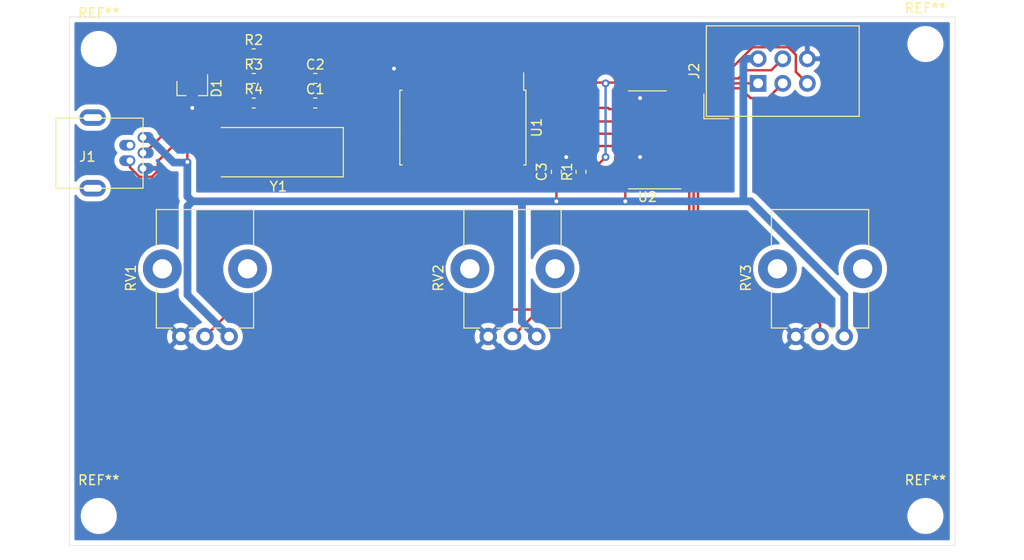
<source format=kicad_pcb>
(kicad_pcb (version 20171130) (host pcbnew "(5.1.2-1)-1")

  (general
    (thickness 1.6)
    (drawings 4)
    (tracks 168)
    (zones 0)
    (modules 20)
    (nets 33)
  )

  (page A4)
  (layers
    (0 F.Cu signal)
    (31 B.Cu signal)
    (32 B.Adhes user)
    (33 F.Adhes user)
    (34 B.Paste user)
    (35 F.Paste user)
    (36 B.SilkS user)
    (37 F.SilkS user)
    (38 B.Mask user)
    (39 F.Mask user)
    (40 Dwgs.User user)
    (41 Cmts.User user)
    (42 Eco1.User user)
    (43 Eco2.User user)
    (44 Edge.Cuts user)
    (45 Margin user)
    (46 B.CrtYd user)
    (47 F.CrtYd user)
    (48 B.Fab user)
    (49 F.Fab user)
  )

  (setup
    (last_trace_width 0.25)
    (user_trace_width 0.8)
    (user_trace_width 1.6)
    (user_trace_width 2.4)
    (trace_clearance 0.2)
    (zone_clearance 0.508)
    (zone_45_only no)
    (trace_min 0.2)
    (via_size 0.8)
    (via_drill 0.4)
    (via_min_size 0.4)
    (via_min_drill 0.3)
    (uvia_size 0.3)
    (uvia_drill 0.1)
    (uvias_allowed no)
    (uvia_min_size 0.2)
    (uvia_min_drill 0.1)
    (edge_width 0.05)
    (segment_width 0.2)
    (pcb_text_width 0.3)
    (pcb_text_size 1.5 1.5)
    (mod_edge_width 0.12)
    (mod_text_size 1 1)
    (mod_text_width 0.15)
    (pad_size 1.524 1.524)
    (pad_drill 0.762)
    (pad_to_mask_clearance 0.051)
    (solder_mask_min_width 0.25)
    (aux_axis_origin 0 0)
    (visible_elements FFFFFF7F)
    (pcbplotparams
      (layerselection 0x010fc_ffffffff)
      (usegerberextensions false)
      (usegerberattributes false)
      (usegerberadvancedattributes false)
      (creategerberjobfile false)
      (excludeedgelayer true)
      (linewidth 0.100000)
      (plotframeref false)
      (viasonmask false)
      (mode 1)
      (useauxorigin false)
      (hpglpennumber 1)
      (hpglpenspeed 20)
      (hpglpendiameter 15.000000)
      (psnegative false)
      (psa4output false)
      (plotreference true)
      (plotvalue true)
      (plotinvisibletext false)
      (padsonsilk false)
      (subtractmaskfromsilk false)
      (outputformat 1)
      (mirror false)
      (drillshape 1)
      (scaleselection 1)
      (outputdirectory ""))
  )

  (net 0 "")
  (net 1 GND)
  (net 2 "Net-(C1-Pad1)")
  (net 3 "Net-(C2-Pad1)")
  (net 4 VCC)
  (net 5 "Net-(D1-Pad1)")
  (net 6 "Net-(D1-Pad2)")
  (net 7 "Net-(J1-Pad4)")
  (net 8 "Net-(J1-Pad6)")
  (net 9 MISO)
  (net 10 SCK)
  (net 11 MOSI)
  (net 12 RST)
  (net 13 "Net-(R2-Pad2)")
  (net 14 "Net-(R3-Pad2)")
  (net 15 /ch1)
  (net 16 /ch2)
  (net 17 /ch3)
  (net 18 "Net-(U1-Pad2)")
  (net 19 "Net-(U1-Pad3)")
  (net 20 "Net-(U1-Pad8)")
  (net 21 "Net-(U1-Pad9)")
  (net 22 "Net-(U1-Pad11)")
  (net 23 "Net-(U1-Pad12)")
  (net 24 "Net-(U1-Pad13)")
  (net 25 "Net-(U1-Pad14)")
  (net 26 "Net-(U1-Pad15)")
  (net 27 SS)
  (net 28 "Net-(U2-Pad4)")
  (net 29 "Net-(U2-Pad5)")
  (net 30 "Net-(U2-Pad6)")
  (net 31 "Net-(U2-Pad7)")
  (net 32 "Net-(U2-Pad8)")

  (net_class Default "これはデフォルトのネット クラスです。"
    (clearance 0.2)
    (trace_width 0.25)
    (via_dia 0.8)
    (via_drill 0.4)
    (uvia_dia 0.3)
    (uvia_drill 0.1)
    (add_net /ch1)
    (add_net /ch2)
    (add_net /ch3)
    (add_net GND)
    (add_net MISO)
    (add_net MOSI)
    (add_net "Net-(C1-Pad1)")
    (add_net "Net-(C2-Pad1)")
    (add_net "Net-(D1-Pad1)")
    (add_net "Net-(D1-Pad2)")
    (add_net "Net-(J1-Pad4)")
    (add_net "Net-(J1-Pad6)")
    (add_net "Net-(R2-Pad2)")
    (add_net "Net-(R3-Pad2)")
    (add_net "Net-(U1-Pad11)")
    (add_net "Net-(U1-Pad12)")
    (add_net "Net-(U1-Pad13)")
    (add_net "Net-(U1-Pad14)")
    (add_net "Net-(U1-Pad15)")
    (add_net "Net-(U1-Pad2)")
    (add_net "Net-(U1-Pad3)")
    (add_net "Net-(U1-Pad8)")
    (add_net "Net-(U1-Pad9)")
    (add_net "Net-(U2-Pad4)")
    (add_net "Net-(U2-Pad5)")
    (add_net "Net-(U2-Pad6)")
    (add_net "Net-(U2-Pad7)")
    (add_net "Net-(U2-Pad8)")
    (add_net RST)
    (add_net SCK)
    (add_net SS)
    (add_net VCC)
  )

  (module Connector_IDC:IDC-Header_2x03_P2.54mm_Vertical (layer F.Cu) (tedit 59DE0819) (tstamp 5D4B30A9)
    (at 149.86 86.868 90)
    (descr "Through hole straight IDC box header, 2x03, 2.54mm pitch, double rows")
    (tags "Through hole IDC box header THT 2x03 2.54mm double row")
    (path /5D4DA15F)
    (fp_text reference J2 (at 1.27 -6.604 90) (layer F.SilkS)
      (effects (font (size 1 1) (thickness 0.15)))
    )
    (fp_text value AVR-ISP-6 (at 1.27 11.684 90) (layer F.Fab)
      (effects (font (size 1 1) (thickness 0.15)))
    )
    (fp_text user %R (at 1.27 2.54 90) (layer F.Fab)
      (effects (font (size 1 1) (thickness 0.15)))
    )
    (fp_line (start 5.695 -5.1) (end 5.695 10.18) (layer F.Fab) (width 0.1))
    (fp_line (start 5.145 -4.56) (end 5.145 9.62) (layer F.Fab) (width 0.1))
    (fp_line (start -3.155 -5.1) (end -3.155 10.18) (layer F.Fab) (width 0.1))
    (fp_line (start -2.605 -4.56) (end -2.605 0.29) (layer F.Fab) (width 0.1))
    (fp_line (start -2.605 4.79) (end -2.605 9.62) (layer F.Fab) (width 0.1))
    (fp_line (start -2.605 0.29) (end -3.155 0.29) (layer F.Fab) (width 0.1))
    (fp_line (start -2.605 4.79) (end -3.155 4.79) (layer F.Fab) (width 0.1))
    (fp_line (start 5.695 -5.1) (end -3.155 -5.1) (layer F.Fab) (width 0.1))
    (fp_line (start 5.145 -4.56) (end -2.605 -4.56) (layer F.Fab) (width 0.1))
    (fp_line (start 5.695 10.18) (end -3.155 10.18) (layer F.Fab) (width 0.1))
    (fp_line (start 5.145 9.62) (end -2.605 9.62) (layer F.Fab) (width 0.1))
    (fp_line (start 5.695 -5.1) (end 5.145 -4.56) (layer F.Fab) (width 0.1))
    (fp_line (start 5.695 10.18) (end 5.145 9.62) (layer F.Fab) (width 0.1))
    (fp_line (start -3.155 -5.1) (end -2.605 -4.56) (layer F.Fab) (width 0.1))
    (fp_line (start -3.155 10.18) (end -2.605 9.62) (layer F.Fab) (width 0.1))
    (fp_line (start 5.95 -5.35) (end 5.95 10.43) (layer F.CrtYd) (width 0.05))
    (fp_line (start 5.95 10.43) (end -3.41 10.43) (layer F.CrtYd) (width 0.05))
    (fp_line (start -3.41 10.43) (end -3.41 -5.35) (layer F.CrtYd) (width 0.05))
    (fp_line (start -3.41 -5.35) (end 5.95 -5.35) (layer F.CrtYd) (width 0.05))
    (fp_line (start 5.945 -5.35) (end 5.945 10.43) (layer F.SilkS) (width 0.12))
    (fp_line (start 5.945 10.43) (end -3.405 10.43) (layer F.SilkS) (width 0.12))
    (fp_line (start -3.405 10.43) (end -3.405 -5.35) (layer F.SilkS) (width 0.12))
    (fp_line (start -3.405 -5.35) (end 5.945 -5.35) (layer F.SilkS) (width 0.12))
    (fp_line (start -3.655 -5.6) (end -3.655 -3.06) (layer F.SilkS) (width 0.12))
    (fp_line (start -3.655 -5.6) (end -1.115 -5.6) (layer F.SilkS) (width 0.12))
    (pad 1 thru_hole rect (at 0 0 90) (size 1.7272 1.7272) (drill 1.016) (layers *.Cu *.Mask)
      (net 9 MISO))
    (pad 2 thru_hole oval (at 2.54 0 90) (size 1.7272 1.7272) (drill 1.016) (layers *.Cu *.Mask)
      (net 4 VCC))
    (pad 3 thru_hole oval (at 0 2.54 90) (size 1.7272 1.7272) (drill 1.016) (layers *.Cu *.Mask)
      (net 10 SCK))
    (pad 4 thru_hole oval (at 2.54 2.54 90) (size 1.7272 1.7272) (drill 1.016) (layers *.Cu *.Mask)
      (net 11 MOSI))
    (pad 5 thru_hole oval (at 0 5.08 90) (size 1.7272 1.7272) (drill 1.016) (layers *.Cu *.Mask)
      (net 12 RST))
    (pad 6 thru_hole oval (at 2.54 5.08 90) (size 1.7272 1.7272) (drill 1.016) (layers *.Cu *.Mask)
      (net 1 GND))
    (model ${KISYS3DMOD}/Connector_IDC.3dshapes/IDC-Header_2x03_P2.54mm_Vertical.wrl
      (at (xyz 0 0 0))
      (scale (xyz 1 1 1))
      (rotate (xyz 0 0 0))
    )
  )

  (module MountingHole:MountingHole_2.7mm_M2.5 (layer F.Cu) (tedit 56D1B4CB) (tstamp 5D4BBC12)
    (at 81.788 83.312)
    (descr "Mounting Hole 2.7mm, no annular, M2.5")
    (tags "mounting hole 2.7mm no annular m2.5")
    (attr virtual)
    (fp_text reference REF** (at 0 -3.7) (layer F.SilkS)
      (effects (font (size 1 1) (thickness 0.15)))
    )
    (fp_text value MountingHole_2.7mm_M2.5 (at 0 3.7) (layer F.Fab)
      (effects (font (size 1 1) (thickness 0.15)))
    )
    (fp_circle (center 0 0) (end 2.95 0) (layer F.CrtYd) (width 0.05))
    (fp_circle (center 0 0) (end 2.7 0) (layer Cmts.User) (width 0.15))
    (fp_text user %R (at 0.3 0) (layer F.Fab)
      (effects (font (size 1 1) (thickness 0.15)))
    )
    (pad 1 np_thru_hole circle (at 0 0) (size 2.7 2.7) (drill 2.7) (layers *.Cu *.Mask))
  )

  (module MountingHole:MountingHole_2.7mm_M2.5 (layer F.Cu) (tedit 56D1B4CB) (tstamp 5D4BBBEE)
    (at 167.132 82.804)
    (descr "Mounting Hole 2.7mm, no annular, M2.5")
    (tags "mounting hole 2.7mm no annular m2.5")
    (attr virtual)
    (fp_text reference REF** (at 0 -3.7) (layer F.SilkS)
      (effects (font (size 1 1) (thickness 0.15)))
    )
    (fp_text value MountingHole_2.7mm_M2.5 (at 0 3.7) (layer F.Fab)
      (effects (font (size 1 1) (thickness 0.15)))
    )
    (fp_circle (center 0 0) (end 2.95 0) (layer F.CrtYd) (width 0.05))
    (fp_circle (center 0 0) (end 2.7 0) (layer Cmts.User) (width 0.15))
    (fp_text user %R (at 0.3 0) (layer F.Fab)
      (effects (font (size 1 1) (thickness 0.15)))
    )
    (pad 1 np_thru_hole circle (at 0 0) (size 2.7 2.7) (drill 2.7) (layers *.Cu *.Mask))
  )

  (module MountingHole:MountingHole_2.7mm_M2.5 (layer F.Cu) (tedit 56D1B4CB) (tstamp 5D4BBBCA)
    (at 167.132 131.572)
    (descr "Mounting Hole 2.7mm, no annular, M2.5")
    (tags "mounting hole 2.7mm no annular m2.5")
    (attr virtual)
    (fp_text reference REF** (at 0 -3.7) (layer F.SilkS)
      (effects (font (size 1 1) (thickness 0.15)))
    )
    (fp_text value MountingHole_2.7mm_M2.5 (at 0 3.7) (layer F.Fab)
      (effects (font (size 1 1) (thickness 0.15)))
    )
    (fp_circle (center 0 0) (end 2.95 0) (layer F.CrtYd) (width 0.05))
    (fp_circle (center 0 0) (end 2.7 0) (layer Cmts.User) (width 0.15))
    (fp_text user %R (at 0.3 0) (layer F.Fab)
      (effects (font (size 1 1) (thickness 0.15)))
    )
    (pad 1 np_thru_hole circle (at 0 0) (size 2.7 2.7) (drill 2.7) (layers *.Cu *.Mask))
  )

  (module MountingHole:MountingHole_2.7mm_M2.5 (layer F.Cu) (tedit 56D1B4CB) (tstamp 5D4BBB80)
    (at 81.788 131.572)
    (descr "Mounting Hole 2.7mm, no annular, M2.5")
    (tags "mounting hole 2.7mm no annular m2.5")
    (attr virtual)
    (fp_text reference REF** (at 0 -3.7) (layer F.SilkS)
      (effects (font (size 1 1) (thickness 0.15)))
    )
    (fp_text value MountingHole_2.7mm_M2.5 (at 0 3.7) (layer F.Fab)
      (effects (font (size 1 1) (thickness 0.15)))
    )
    (fp_circle (center 0 0) (end 2.95 0) (layer F.CrtYd) (width 0.05))
    (fp_circle (center 0 0) (end 2.7 0) (layer Cmts.User) (width 0.15))
    (fp_text user %R (at 0.3 0) (layer F.Fab)
      (effects (font (size 1 1) (thickness 0.15)))
    )
    (pad 1 np_thru_hole circle (at 0 0) (size 2.7 2.7) (drill 2.7) (layers *.Cu *.Mask))
  )

  (module Package_SO:SOIC-20W_7.5x12.8mm_P1.27mm (layer F.Cu) (tedit 5C97300E) (tstamp 5D4B316C)
    (at 119.38 91.44 270)
    (descr "SOIC, 20 Pin (JEDEC MS-013AC, https://www.analog.com/media/en/package-pcb-resources/package/233848rw_20.pdf), generated with kicad-footprint-generator ipc_gullwing_generator.py")
    (tags "SOIC SO")
    (path /5D4D1047)
    (attr smd)
    (fp_text reference U1 (at 0 -7.62 90) (layer F.SilkS)
      (effects (font (size 1 1) (thickness 0.15)))
    )
    (fp_text value ATtiny4313-SU (at 0 7.35 90) (layer F.Fab)
      (effects (font (size 1 1) (thickness 0.15)))
    )
    (fp_line (start 0 6.51) (end 3.86 6.51) (layer F.SilkS) (width 0.12))
    (fp_line (start 3.86 6.51) (end 3.86 6.275) (layer F.SilkS) (width 0.12))
    (fp_line (start 0 6.51) (end -3.86 6.51) (layer F.SilkS) (width 0.12))
    (fp_line (start -3.86 6.51) (end -3.86 6.275) (layer F.SilkS) (width 0.12))
    (fp_line (start 0 -6.51) (end 3.86 -6.51) (layer F.SilkS) (width 0.12))
    (fp_line (start 3.86 -6.51) (end 3.86 -6.275) (layer F.SilkS) (width 0.12))
    (fp_line (start 0 -6.51) (end -3.86 -6.51) (layer F.SilkS) (width 0.12))
    (fp_line (start -3.86 -6.51) (end -3.86 -6.275) (layer F.SilkS) (width 0.12))
    (fp_line (start -3.86 -6.275) (end -5.675 -6.275) (layer F.SilkS) (width 0.12))
    (fp_line (start -2.75 -6.4) (end 3.75 -6.4) (layer F.Fab) (width 0.1))
    (fp_line (start 3.75 -6.4) (end 3.75 6.4) (layer F.Fab) (width 0.1))
    (fp_line (start 3.75 6.4) (end -3.75 6.4) (layer F.Fab) (width 0.1))
    (fp_line (start -3.75 6.4) (end -3.75 -5.4) (layer F.Fab) (width 0.1))
    (fp_line (start -3.75 -5.4) (end -2.75 -6.4) (layer F.Fab) (width 0.1))
    (fp_line (start -5.93 -6.65) (end -5.93 6.65) (layer F.CrtYd) (width 0.05))
    (fp_line (start -5.93 6.65) (end 5.93 6.65) (layer F.CrtYd) (width 0.05))
    (fp_line (start 5.93 6.65) (end 5.93 -6.65) (layer F.CrtYd) (width 0.05))
    (fp_line (start 5.93 -6.65) (end -5.93 -6.65) (layer F.CrtYd) (width 0.05))
    (fp_text user %R (at 0 0 90) (layer F.Fab)
      (effects (font (size 1 1) (thickness 0.15)))
    )
    (pad 1 smd roundrect (at -4.65 -5.715 270) (size 2.05 0.6) (layers F.Cu F.Paste F.Mask) (roundrect_rratio 0.25)
      (net 12 RST))
    (pad 2 smd roundrect (at -4.65 -4.445 270) (size 2.05 0.6) (layers F.Cu F.Paste F.Mask) (roundrect_rratio 0.25)
      (net 18 "Net-(U1-Pad2)"))
    (pad 3 smd roundrect (at -4.65 -3.175 270) (size 2.05 0.6) (layers F.Cu F.Paste F.Mask) (roundrect_rratio 0.25)
      (net 19 "Net-(U1-Pad3)"))
    (pad 4 smd roundrect (at -4.65 -1.905 270) (size 2.05 0.6) (layers F.Cu F.Paste F.Mask) (roundrect_rratio 0.25)
      (net 3 "Net-(C2-Pad1)"))
    (pad 5 smd roundrect (at -4.65 -0.635 270) (size 2.05 0.6) (layers F.Cu F.Paste F.Mask) (roundrect_rratio 0.25)
      (net 2 "Net-(C1-Pad1)"))
    (pad 6 smd roundrect (at -4.65 0.635 270) (size 2.05 0.6) (layers F.Cu F.Paste F.Mask) (roundrect_rratio 0.25)
      (net 13 "Net-(R2-Pad2)"))
    (pad 7 smd roundrect (at -4.65 1.905 270) (size 2.05 0.6) (layers F.Cu F.Paste F.Mask) (roundrect_rratio 0.25)
      (net 14 "Net-(R3-Pad2)"))
    (pad 8 smd roundrect (at -4.65 3.175 270) (size 2.05 0.6) (layers F.Cu F.Paste F.Mask) (roundrect_rratio 0.25)
      (net 20 "Net-(U1-Pad8)"))
    (pad 9 smd roundrect (at -4.65 4.445 270) (size 2.05 0.6) (layers F.Cu F.Paste F.Mask) (roundrect_rratio 0.25)
      (net 21 "Net-(U1-Pad9)"))
    (pad 10 smd roundrect (at -4.65 5.715 270) (size 2.05 0.6) (layers F.Cu F.Paste F.Mask) (roundrect_rratio 0.25)
      (net 1 GND))
    (pad 11 smd roundrect (at 4.65 5.715 270) (size 2.05 0.6) (layers F.Cu F.Paste F.Mask) (roundrect_rratio 0.25)
      (net 22 "Net-(U1-Pad11)"))
    (pad 12 smd roundrect (at 4.65 4.445 270) (size 2.05 0.6) (layers F.Cu F.Paste F.Mask) (roundrect_rratio 0.25)
      (net 23 "Net-(U1-Pad12)"))
    (pad 13 smd roundrect (at 4.65 3.175 270) (size 2.05 0.6) (layers F.Cu F.Paste F.Mask) (roundrect_rratio 0.25)
      (net 24 "Net-(U1-Pad13)"))
    (pad 14 smd roundrect (at 4.65 1.905 270) (size 2.05 0.6) (layers F.Cu F.Paste F.Mask) (roundrect_rratio 0.25)
      (net 25 "Net-(U1-Pad14)"))
    (pad 15 smd roundrect (at 4.65 0.635 270) (size 2.05 0.6) (layers F.Cu F.Paste F.Mask) (roundrect_rratio 0.25)
      (net 26 "Net-(U1-Pad15)"))
    (pad 16 smd roundrect (at 4.65 -0.635 270) (size 2.05 0.6) (layers F.Cu F.Paste F.Mask) (roundrect_rratio 0.25)
      (net 27 SS))
    (pad 17 smd roundrect (at 4.65 -1.905 270) (size 2.05 0.6) (layers F.Cu F.Paste F.Mask) (roundrect_rratio 0.25)
      (net 11 MOSI))
    (pad 18 smd roundrect (at 4.65 -3.175 270) (size 2.05 0.6) (layers F.Cu F.Paste F.Mask) (roundrect_rratio 0.25)
      (net 9 MISO))
    (pad 19 smd roundrect (at 4.65 -4.445 270) (size 2.05 0.6) (layers F.Cu F.Paste F.Mask) (roundrect_rratio 0.25)
      (net 10 SCK))
    (pad 20 smd roundrect (at 4.65 -5.715 270) (size 2.05 0.6) (layers F.Cu F.Paste F.Mask) (roundrect_rratio 0.25)
      (net 4 VCC))
    (model ${KISYS3DMOD}/Package_SO.3dshapes/SOIC-20W_7.5x12.8mm_P1.27mm.wrl
      (at (xyz 0 0 0))
      (scale (xyz 1 1 1))
      (rotate (xyz 0 0 0))
    )
  )

  (module Potentiometer_THT:Potentiometer_Alps_RK09K_Single_Vertical (layer F.Cu) (tedit 5A3D4993) (tstamp 5D4B3109)
    (at 95.25 113.03 90)
    (descr "Potentiometer, vertical, Alps RK09K Single, http://www.alps.com/prod/info/E/HTML/Potentiometer/RotaryPotentiometers/RK09K/RK09K_list.html")
    (tags "Potentiometer vertical Alps RK09K Single")
    (path /5D4D3AF7)
    (fp_text reference RV1 (at 6.05 -10.15 90) (layer F.SilkS)
      (effects (font (size 1 1) (thickness 0.15)))
    )
    (fp_text value 10k (at 6.05 5.15 90) (layer F.Fab)
      (effects (font (size 1 1) (thickness 0.15)))
    )
    (fp_circle (center 7.5 -2.5) (end 10.5 -2.5) (layer F.Fab) (width 0.1))
    (fp_line (start 1 -7.4) (end 1 2.4) (layer F.Fab) (width 0.1))
    (fp_line (start 1 2.4) (end 13 2.4) (layer F.Fab) (width 0.1))
    (fp_line (start 13 2.4) (end 13 -7.4) (layer F.Fab) (width 0.1))
    (fp_line (start 13 -7.4) (end 1 -7.4) (layer F.Fab) (width 0.1))
    (fp_line (start 0.88 -7.521) (end 4.817 -7.521) (layer F.SilkS) (width 0.12))
    (fp_line (start 9.184 -7.521) (end 13.12 -7.521) (layer F.SilkS) (width 0.12))
    (fp_line (start 0.88 2.52) (end 4.817 2.52) (layer F.SilkS) (width 0.12))
    (fp_line (start 9.184 2.52) (end 13.12 2.52) (layer F.SilkS) (width 0.12))
    (fp_line (start 0.88 -7.521) (end 0.88 -5.871) (layer F.SilkS) (width 0.12))
    (fp_line (start 0.88 -4.129) (end 0.88 -3.37) (layer F.SilkS) (width 0.12))
    (fp_line (start 0.88 -1.629) (end 0.88 -0.87) (layer F.SilkS) (width 0.12))
    (fp_line (start 0.88 0.87) (end 0.88 2.52) (layer F.SilkS) (width 0.12))
    (fp_line (start 13.12 -7.521) (end 13.12 2.52) (layer F.SilkS) (width 0.12))
    (fp_line (start -1.15 -9.15) (end -1.15 4.15) (layer F.CrtYd) (width 0.05))
    (fp_line (start -1.15 4.15) (end 13.25 4.15) (layer F.CrtYd) (width 0.05))
    (fp_line (start 13.25 4.15) (end 13.25 -9.15) (layer F.CrtYd) (width 0.05))
    (fp_line (start 13.25 -9.15) (end -1.15 -9.15) (layer F.CrtYd) (width 0.05))
    (fp_text user %R (at 2 -2.5) (layer F.Fab)
      (effects (font (size 1 1) (thickness 0.15)))
    )
    (pad 3 thru_hole circle (at 0 -5 90) (size 1.8 1.8) (drill 1) (layers *.Cu *.Mask)
      (net 1 GND))
    (pad 2 thru_hole circle (at 0 -2.5 90) (size 1.8 1.8) (drill 1) (layers *.Cu *.Mask)
      (net 15 /ch1))
    (pad 1 thru_hole circle (at 0 0 90) (size 1.8 1.8) (drill 1) (layers *.Cu *.Mask)
      (net 4 VCC))
    (pad "" np_thru_hole circle (at 7 -6.9 90) (size 4 4) (drill 2) (layers *.Cu *.Mask))
    (pad "" np_thru_hole circle (at 7 1.9 90) (size 4 4) (drill 2) (layers *.Cu *.Mask))
    (model ${KISYS3DMOD}/Potentiometer_THT.3dshapes/Potentiometer_Alps_RK09K_Single_Vertical.wrl
      (at (xyz 0 0 0))
      (scale (xyz 1 1 1))
      (rotate (xyz 0 0 0))
    )
  )

  (module Capacitor_SMD:C_0603_1608Metric_Pad1.05x0.95mm_HandSolder (layer F.Cu) (tedit 5B301BBE) (tstamp 5D4B3050)
    (at 104.14 86.36)
    (descr "Capacitor SMD 0603 (1608 Metric), square (rectangular) end terminal, IPC_7351 nominal with elongated pad for handsoldering. (Body size source: http://www.tortai-tech.com/upload/download/2011102023233369053.pdf), generated with kicad-footprint-generator")
    (tags "capacitor handsolder")
    (path /5D4E39B4)
    (attr smd)
    (fp_text reference C2 (at 0 -1.43) (layer F.SilkS)
      (effects (font (size 1 1) (thickness 0.15)))
    )
    (fp_text value 22pF (at 0 1.43) (layer F.Fab)
      (effects (font (size 1 1) (thickness 0.15)))
    )
    (fp_text user %R (at -0.795001 0.134999) (layer F.Fab)
      (effects (font (size 0.4 0.4) (thickness 0.06)))
    )
    (fp_line (start 1.65 0.73) (end -1.65 0.73) (layer F.CrtYd) (width 0.05))
    (fp_line (start 1.65 -0.73) (end 1.65 0.73) (layer F.CrtYd) (width 0.05))
    (fp_line (start -1.65 -0.73) (end 1.65 -0.73) (layer F.CrtYd) (width 0.05))
    (fp_line (start -1.65 0.73) (end -1.65 -0.73) (layer F.CrtYd) (width 0.05))
    (fp_line (start -0.171267 0.51) (end 0.171267 0.51) (layer F.SilkS) (width 0.12))
    (fp_line (start -0.171267 -0.51) (end 0.171267 -0.51) (layer F.SilkS) (width 0.12))
    (fp_line (start 0.8 0.4) (end -0.8 0.4) (layer F.Fab) (width 0.1))
    (fp_line (start 0.8 -0.4) (end 0.8 0.4) (layer F.Fab) (width 0.1))
    (fp_line (start -0.8 -0.4) (end 0.8 -0.4) (layer F.Fab) (width 0.1))
    (fp_line (start -0.8 0.4) (end -0.8 -0.4) (layer F.Fab) (width 0.1))
    (pad 2 smd roundrect (at 0.875 0) (size 1.05 0.95) (layers F.Cu F.Paste F.Mask) (roundrect_rratio 0.25)
      (net 1 GND))
    (pad 1 smd roundrect (at -0.875 0) (size 1.05 0.95) (layers F.Cu F.Paste F.Mask) (roundrect_rratio 0.25)
      (net 3 "Net-(C2-Pad1)"))
    (model ${KISYS3DMOD}/Capacitor_SMD.3dshapes/C_0603_1608Metric.wrl
      (at (xyz 0 0 0))
      (scale (xyz 1 1 1))
      (rotate (xyz 0 0 0))
    )
  )

  (module Capacitor_SMD:C_0603_1608Metric_Pad1.05x0.95mm_HandSolder (layer F.Cu) (tedit 5B301BBE) (tstamp 5D4B303F)
    (at 104.14 88.9)
    (descr "Capacitor SMD 0603 (1608 Metric), square (rectangular) end terminal, IPC_7351 nominal with elongated pad for handsoldering. (Body size source: http://www.tortai-tech.com/upload/download/2011102023233369053.pdf), generated with kicad-footprint-generator")
    (tags "capacitor handsolder")
    (path /5D4E4624)
    (attr smd)
    (fp_text reference C1 (at 0 -1.43) (layer F.SilkS)
      (effects (font (size 1 1) (thickness 0.15)))
    )
    (fp_text value 22pF (at 0 1.43) (layer F.Fab)
      (effects (font (size 1 1) (thickness 0.15)))
    )
    (fp_text user %R (at 0 0) (layer F.Fab)
      (effects (font (size 0.4 0.4) (thickness 0.06)))
    )
    (fp_line (start 1.65 0.73) (end -1.65 0.73) (layer F.CrtYd) (width 0.05))
    (fp_line (start 1.65 -0.73) (end 1.65 0.73) (layer F.CrtYd) (width 0.05))
    (fp_line (start -1.65 -0.73) (end 1.65 -0.73) (layer F.CrtYd) (width 0.05))
    (fp_line (start -1.65 0.73) (end -1.65 -0.73) (layer F.CrtYd) (width 0.05))
    (fp_line (start -0.171267 0.51) (end 0.171267 0.51) (layer F.SilkS) (width 0.12))
    (fp_line (start -0.171267 -0.51) (end 0.171267 -0.51) (layer F.SilkS) (width 0.12))
    (fp_line (start 0.8 0.4) (end -0.8 0.4) (layer F.Fab) (width 0.1))
    (fp_line (start 0.8 -0.4) (end 0.8 0.4) (layer F.Fab) (width 0.1))
    (fp_line (start -0.8 -0.4) (end 0.8 -0.4) (layer F.Fab) (width 0.1))
    (fp_line (start -0.8 0.4) (end -0.8 -0.4) (layer F.Fab) (width 0.1))
    (pad 2 smd roundrect (at 0.875 0) (size 1.05 0.95) (layers F.Cu F.Paste F.Mask) (roundrect_rratio 0.25)
      (net 1 GND))
    (pad 1 smd roundrect (at -0.875 0) (size 1.05 0.95) (layers F.Cu F.Paste F.Mask) (roundrect_rratio 0.25)
      (net 2 "Net-(C1-Pad1)"))
    (model ${KISYS3DMOD}/Capacitor_SMD.3dshapes/C_0603_1608Metric.wrl
      (at (xyz 0 0 0))
      (scale (xyz 1 1 1))
      (rotate (xyz 0 0 0))
    )
  )

  (module Capacitor_SMD:C_0603_1608Metric_Pad1.05x0.95mm_HandSolder (layer F.Cu) (tedit 5B301BBE) (tstamp 5D4B3061)
    (at 129.032 96.012 270)
    (descr "Capacitor SMD 0603 (1608 Metric), square (rectangular) end terminal, IPC_7351 nominal with elongated pad for handsoldering. (Body size source: http://www.tortai-tech.com/upload/download/2011102023233369053.pdf), generated with kicad-footprint-generator")
    (tags "capacitor handsolder")
    (path /5D550B3A)
    (attr smd)
    (fp_text reference C3 (at 0 1.524 90) (layer F.SilkS)
      (effects (font (size 1 1) (thickness 0.15)))
    )
    (fp_text value 0.1u (at 0 1.43 90) (layer F.Fab)
      (effects (font (size 1 1) (thickness 0.15)))
    )
    (fp_text user %R (at 0 0 90) (layer F.Fab)
      (effects (font (size 0.4 0.4) (thickness 0.06)))
    )
    (fp_line (start 1.65 0.73) (end -1.65 0.73) (layer F.CrtYd) (width 0.05))
    (fp_line (start 1.65 -0.73) (end 1.65 0.73) (layer F.CrtYd) (width 0.05))
    (fp_line (start -1.65 -0.73) (end 1.65 -0.73) (layer F.CrtYd) (width 0.05))
    (fp_line (start -1.65 0.73) (end -1.65 -0.73) (layer F.CrtYd) (width 0.05))
    (fp_line (start -0.171267 0.51) (end 0.171267 0.51) (layer F.SilkS) (width 0.12))
    (fp_line (start -0.171267 -0.51) (end 0.171267 -0.51) (layer F.SilkS) (width 0.12))
    (fp_line (start 0.8 0.4) (end -0.8 0.4) (layer F.Fab) (width 0.1))
    (fp_line (start 0.8 -0.4) (end 0.8 0.4) (layer F.Fab) (width 0.1))
    (fp_line (start -0.8 -0.4) (end 0.8 -0.4) (layer F.Fab) (width 0.1))
    (fp_line (start -0.8 0.4) (end -0.8 -0.4) (layer F.Fab) (width 0.1))
    (pad 2 smd roundrect (at 0.875 0 270) (size 1.05 0.95) (layers F.Cu F.Paste F.Mask) (roundrect_rratio 0.25)
      (net 4 VCC))
    (pad 1 smd roundrect (at -0.875 0 270) (size 1.05 0.95) (layers F.Cu F.Paste F.Mask) (roundrect_rratio 0.25)
      (net 1 GND))
    (model ${KISYS3DMOD}/Capacitor_SMD.3dshapes/C_0603_1608Metric.wrl
      (at (xyz 0 0 0))
      (scale (xyz 1 1 1))
      (rotate (xyz 0 0 0))
    )
  )

  (module Package_TO_SOT_SMD:SOT-23 (layer F.Cu) (tedit 5A02FF57) (tstamp 5D4B3076)
    (at 91.44 87.376 270)
    (descr "SOT-23, Standard")
    (tags SOT-23)
    (path /5D564C6A)
    (attr smd)
    (fp_text reference D1 (at 0 -2.5 90) (layer F.SilkS)
      (effects (font (size 1 1) (thickness 0.15)))
    )
    (fp_text value 3.6v (at 0 2.5 90) (layer F.Fab)
      (effects (font (size 1 1) (thickness 0.15)))
    )
    (fp_text user %R (at 0 0) (layer F.Fab)
      (effects (font (size 0.5 0.5) (thickness 0.075)))
    )
    (fp_line (start -0.7 -0.95) (end -0.7 1.5) (layer F.Fab) (width 0.1))
    (fp_line (start -0.15 -1.52) (end 0.7 -1.52) (layer F.Fab) (width 0.1))
    (fp_line (start -0.7 -0.95) (end -0.15 -1.52) (layer F.Fab) (width 0.1))
    (fp_line (start 0.7 -1.52) (end 0.7 1.52) (layer F.Fab) (width 0.1))
    (fp_line (start -0.7 1.52) (end 0.7 1.52) (layer F.Fab) (width 0.1))
    (fp_line (start 0.76 1.58) (end 0.76 0.65) (layer F.SilkS) (width 0.12))
    (fp_line (start 0.76 -1.58) (end 0.76 -0.65) (layer F.SilkS) (width 0.12))
    (fp_line (start -1.7 -1.75) (end 1.7 -1.75) (layer F.CrtYd) (width 0.05))
    (fp_line (start 1.7 -1.75) (end 1.7 1.75) (layer F.CrtYd) (width 0.05))
    (fp_line (start 1.7 1.75) (end -1.7 1.75) (layer F.CrtYd) (width 0.05))
    (fp_line (start -1.7 1.75) (end -1.7 -1.75) (layer F.CrtYd) (width 0.05))
    (fp_line (start 0.76 -1.58) (end -1.4 -1.58) (layer F.SilkS) (width 0.12))
    (fp_line (start 0.76 1.58) (end -0.7 1.58) (layer F.SilkS) (width 0.12))
    (pad 1 smd rect (at -1 -0.95 270) (size 0.9 0.8) (layers F.Cu F.Paste F.Mask)
      (net 5 "Net-(D1-Pad1)"))
    (pad 2 smd rect (at -1 0.95 270) (size 0.9 0.8) (layers F.Cu F.Paste F.Mask)
      (net 6 "Net-(D1-Pad2)"))
    (pad 3 smd rect (at 1 0 270) (size 0.9 0.8) (layers F.Cu F.Paste F.Mask)
      (net 1 GND))
    (model ${KISYS3DMOD}/Package_TO_SOT_SMD.3dshapes/SOT-23.wrl
      (at (xyz 0 0 0))
      (scale (xyz 1 1 1))
      (rotate (xyz 0 0 0))
    )
  )

  (module Connector_USB:USB_Mini-B_Molex (layer F.Cu) (tedit 5D4AE1B4) (tstamp 5D4B3085)
    (at 86.36 92.456)
    (path /5D4D5CAF)
    (fp_text reference J1 (at -5.75 2) (layer F.SilkS)
      (effects (font (size 1 1) (thickness 0.15)))
    )
    (fp_text value USB_B_Mini (at -4.5 -4.25) (layer F.Fab)
      (effects (font (size 1 1) (thickness 0.15)))
    )
    (fp_line (start 0 -2) (end -9 -2) (layer F.SilkS) (width 0.12))
    (fp_line (start -9 -2) (end -9 5.25) (layer F.SilkS) (width 0.12))
    (fp_line (start -9 5.25) (end 0 5.25) (layer F.SilkS) (width 0.12))
    (fp_line (start 0 5.25) (end 0 -2) (layer F.SilkS) (width 0.12))
    (pad 1 thru_hole oval (at -0.01 0) (size 1.65 1.1) (drill oval 0.7 (offset 0.275 0)) (layers *.Cu *.Mask)
      (net 4 VCC) (die_length 1))
    (pad 3 thru_hole oval (at -0.01 1.6) (size 1.65 1.1) (drill oval 0.7 (offset 0.275 0)) (layers *.Cu *.Mask)
      (net 6 "Net-(D1-Pad2)") (die_length 1))
    (pad 5 thru_hole oval (at -0.01 3.2) (size 1.65 1.1) (drill oval 0.7 (offset 0.275 0)) (layers *.Cu *.Mask)
      (net 1 GND) (die_length 1))
    (pad 2 thru_hole oval (at -1.35 2.4) (size 1.65 1.1) (drill oval 0.7 (offset -0.275 0)) (layers *.Cu *.Mask)
      (net 5 "Net-(D1-Pad1)") (die_length 1))
    (pad 4 thru_hole oval (at -1.35 0.8) (size 1.65 1.1) (drill oval 0.7 (offset -0.275 0)) (layers *.Cu *.Mask)
      (net 7 "Net-(J1-Pad4)") (die_length 1))
    (pad 6 thru_hole oval (at -5.2 5.25) (size 2.7 1.7) (drill oval 1.9 0.7) (layers *.Cu *.Mask)
      (net 8 "Net-(J1-Pad6)"))
    (pad 6 thru_hole oval (at -5.2 -2.05) (size 2.7 1.7) (drill oval 1.9 0.7) (layers *.Cu *.Mask)
      (net 8 "Net-(J1-Pad6)"))
  )

  (module Resistor_SMD:R_0603_1608Metric_Pad1.05x0.95mm_HandSolder (layer F.Cu) (tedit 5B301BBD) (tstamp 5D4B30BA)
    (at 131.572 96.012 90)
    (descr "Resistor SMD 0603 (1608 Metric), square (rectangular) end terminal, IPC_7351 nominal with elongated pad for handsoldering. (Body size source: http://www.tortai-tech.com/upload/download/2011102023233369053.pdf), generated with kicad-footprint-generator")
    (tags "resistor handsolder")
    (path /5D508FD6)
    (attr smd)
    (fp_text reference R1 (at 0 -1.43 90) (layer F.SilkS)
      (effects (font (size 1 1) (thickness 0.15)))
    )
    (fp_text value 10k (at 0 1.43 90) (layer F.Fab)
      (effects (font (size 1 1) (thickness 0.15)))
    )
    (fp_text user %R (at 0 0 90) (layer F.Fab)
      (effects (font (size 0.4 0.4) (thickness 0.06)))
    )
    (fp_line (start 1.65 0.73) (end -1.65 0.73) (layer F.CrtYd) (width 0.05))
    (fp_line (start 1.65 -0.73) (end 1.65 0.73) (layer F.CrtYd) (width 0.05))
    (fp_line (start -1.65 -0.73) (end 1.65 -0.73) (layer F.CrtYd) (width 0.05))
    (fp_line (start -1.65 0.73) (end -1.65 -0.73) (layer F.CrtYd) (width 0.05))
    (fp_line (start -0.171267 0.51) (end 0.171267 0.51) (layer F.SilkS) (width 0.12))
    (fp_line (start -0.171267 -0.51) (end 0.171267 -0.51) (layer F.SilkS) (width 0.12))
    (fp_line (start 0.8 0.4) (end -0.8 0.4) (layer F.Fab) (width 0.1))
    (fp_line (start 0.8 -0.4) (end 0.8 0.4) (layer F.Fab) (width 0.1))
    (fp_line (start -0.8 -0.4) (end 0.8 -0.4) (layer F.Fab) (width 0.1))
    (fp_line (start -0.8 0.4) (end -0.8 -0.4) (layer F.Fab) (width 0.1))
    (pad 2 smd roundrect (at 0.875 0 90) (size 1.05 0.95) (layers F.Cu F.Paste F.Mask) (roundrect_rratio 0.25)
      (net 12 RST))
    (pad 1 smd roundrect (at -0.875 0 90) (size 1.05 0.95) (layers F.Cu F.Paste F.Mask) (roundrect_rratio 0.25)
      (net 4 VCC))
    (model ${KISYS3DMOD}/Resistor_SMD.3dshapes/R_0603_1608Metric.wrl
      (at (xyz 0 0 0))
      (scale (xyz 1 1 1))
      (rotate (xyz 0 0 0))
    )
  )

  (module Resistor_SMD:R_0603_1608Metric_Pad1.05x0.95mm_HandSolder (layer F.Cu) (tedit 5B301BBD) (tstamp 5D4B30CB)
    (at 97.79 83.82)
    (descr "Resistor SMD 0603 (1608 Metric), square (rectangular) end terminal, IPC_7351 nominal with elongated pad for handsoldering. (Body size source: http://www.tortai-tech.com/upload/download/2011102023233369053.pdf), generated with kicad-footprint-generator")
    (tags "resistor handsolder")
    (path /5D4E5B21)
    (attr smd)
    (fp_text reference R2 (at 0 -1.43) (layer F.SilkS)
      (effects (font (size 1 1) (thickness 0.15)))
    )
    (fp_text value 68 (at 0 1.43) (layer F.Fab)
      (effects (font (size 1 1) (thickness 0.15)))
    )
    (fp_line (start -0.8 0.4) (end -0.8 -0.4) (layer F.Fab) (width 0.1))
    (fp_line (start -0.8 -0.4) (end 0.8 -0.4) (layer F.Fab) (width 0.1))
    (fp_line (start 0.8 -0.4) (end 0.8 0.4) (layer F.Fab) (width 0.1))
    (fp_line (start 0.8 0.4) (end -0.8 0.4) (layer F.Fab) (width 0.1))
    (fp_line (start -0.171267 -0.51) (end 0.171267 -0.51) (layer F.SilkS) (width 0.12))
    (fp_line (start -0.171267 0.51) (end 0.171267 0.51) (layer F.SilkS) (width 0.12))
    (fp_line (start -1.65 0.73) (end -1.65 -0.73) (layer F.CrtYd) (width 0.05))
    (fp_line (start -1.65 -0.73) (end 1.65 -0.73) (layer F.CrtYd) (width 0.05))
    (fp_line (start 1.65 -0.73) (end 1.65 0.73) (layer F.CrtYd) (width 0.05))
    (fp_line (start 1.65 0.73) (end -1.65 0.73) (layer F.CrtYd) (width 0.05))
    (fp_text user %R (at 0 -0.025001) (layer F.Fab)
      (effects (font (size 0.4 0.4) (thickness 0.06)))
    )
    (pad 1 smd roundrect (at -0.875 0) (size 1.05 0.95) (layers F.Cu F.Paste F.Mask) (roundrect_rratio 0.25)
      (net 6 "Net-(D1-Pad2)"))
    (pad 2 smd roundrect (at 0.875 0) (size 1.05 0.95) (layers F.Cu F.Paste F.Mask) (roundrect_rratio 0.25)
      (net 13 "Net-(R2-Pad2)"))
    (model ${KISYS3DMOD}/Resistor_SMD.3dshapes/R_0603_1608Metric.wrl
      (at (xyz 0 0 0))
      (scale (xyz 1 1 1))
      (rotate (xyz 0 0 0))
    )
  )

  (module Resistor_SMD:R_0603_1608Metric_Pad1.05x0.95mm_HandSolder (layer F.Cu) (tedit 5B301BBD) (tstamp 5D4B30DC)
    (at 97.79 86.36)
    (descr "Resistor SMD 0603 (1608 Metric), square (rectangular) end terminal, IPC_7351 nominal with elongated pad for handsoldering. (Body size source: http://www.tortai-tech.com/upload/download/2011102023233369053.pdf), generated with kicad-footprint-generator")
    (tags "resistor handsolder")
    (path /5D4E6702)
    (attr smd)
    (fp_text reference R3 (at 0 -1.43) (layer F.SilkS)
      (effects (font (size 1 1) (thickness 0.15)))
    )
    (fp_text value 68 (at 0 1.43) (layer F.Fab)
      (effects (font (size 1 1) (thickness 0.15)))
    )
    (fp_text user %R (at 0 0) (layer F.Fab)
      (effects (font (size 0.4 0.4) (thickness 0.06)))
    )
    (fp_line (start 1.65 0.73) (end -1.65 0.73) (layer F.CrtYd) (width 0.05))
    (fp_line (start 1.65 -0.73) (end 1.65 0.73) (layer F.CrtYd) (width 0.05))
    (fp_line (start -1.65 -0.73) (end 1.65 -0.73) (layer F.CrtYd) (width 0.05))
    (fp_line (start -1.65 0.73) (end -1.65 -0.73) (layer F.CrtYd) (width 0.05))
    (fp_line (start -0.171267 0.51) (end 0.171267 0.51) (layer F.SilkS) (width 0.12))
    (fp_line (start -0.171267 -0.51) (end 0.171267 -0.51) (layer F.SilkS) (width 0.12))
    (fp_line (start 0.8 0.4) (end -0.8 0.4) (layer F.Fab) (width 0.1))
    (fp_line (start 0.8 -0.4) (end 0.8 0.4) (layer F.Fab) (width 0.1))
    (fp_line (start -0.8 -0.4) (end 0.8 -0.4) (layer F.Fab) (width 0.1))
    (fp_line (start -0.8 0.4) (end -0.8 -0.4) (layer F.Fab) (width 0.1))
    (pad 2 smd roundrect (at 0.875 0) (size 1.05 0.95) (layers F.Cu F.Paste F.Mask) (roundrect_rratio 0.25)
      (net 14 "Net-(R3-Pad2)"))
    (pad 1 smd roundrect (at -0.875 0) (size 1.05 0.95) (layers F.Cu F.Paste F.Mask) (roundrect_rratio 0.25)
      (net 5 "Net-(D1-Pad1)"))
    (model ${KISYS3DMOD}/Resistor_SMD.3dshapes/R_0603_1608Metric.wrl
      (at (xyz 0 0 0))
      (scale (xyz 1 1 1))
      (rotate (xyz 0 0 0))
    )
  )

  (module Resistor_SMD:R_0603_1608Metric_Pad1.05x0.95mm_HandSolder (layer F.Cu) (tedit 5B301BBD) (tstamp 5D4B30ED)
    (at 97.79 88.9)
    (descr "Resistor SMD 0603 (1608 Metric), square (rectangular) end terminal, IPC_7351 nominal with elongated pad for handsoldering. (Body size source: http://www.tortai-tech.com/upload/download/2011102023233369053.pdf), generated with kicad-footprint-generator")
    (tags "resistor handsolder")
    (path /5D5036E0)
    (attr smd)
    (fp_text reference R4 (at 0 -1.43) (layer F.SilkS)
      (effects (font (size 1 1) (thickness 0.15)))
    )
    (fp_text value 1k5 (at 0 1.43) (layer F.Fab)
      (effects (font (size 1 1) (thickness 0.15)))
    )
    (fp_line (start -0.8 0.4) (end -0.8 -0.4) (layer F.Fab) (width 0.1))
    (fp_line (start -0.8 -0.4) (end 0.8 -0.4) (layer F.Fab) (width 0.1))
    (fp_line (start 0.8 -0.4) (end 0.8 0.4) (layer F.Fab) (width 0.1))
    (fp_line (start 0.8 0.4) (end -0.8 0.4) (layer F.Fab) (width 0.1))
    (fp_line (start -0.171267 -0.51) (end 0.171267 -0.51) (layer F.SilkS) (width 0.12))
    (fp_line (start -0.171267 0.51) (end 0.171267 0.51) (layer F.SilkS) (width 0.12))
    (fp_line (start -1.65 0.73) (end -1.65 -0.73) (layer F.CrtYd) (width 0.05))
    (fp_line (start -1.65 -0.73) (end 1.65 -0.73) (layer F.CrtYd) (width 0.05))
    (fp_line (start 1.65 -0.73) (end 1.65 0.73) (layer F.CrtYd) (width 0.05))
    (fp_line (start 1.65 0.73) (end -1.65 0.73) (layer F.CrtYd) (width 0.05))
    (fp_text user %R (at 0 0) (layer F.Fab)
      (effects (font (size 0.4 0.4) (thickness 0.06)))
    )
    (pad 1 smd roundrect (at -0.875 0) (size 1.05 0.95) (layers F.Cu F.Paste F.Mask) (roundrect_rratio 0.25)
      (net 5 "Net-(D1-Pad1)"))
    (pad 2 smd roundrect (at 0.875 0) (size 1.05 0.95) (layers F.Cu F.Paste F.Mask) (roundrect_rratio 0.25)
      (net 4 VCC))
    (model ${KISYS3DMOD}/Resistor_SMD.3dshapes/R_0603_1608Metric.wrl
      (at (xyz 0 0 0))
      (scale (xyz 1 1 1))
      (rotate (xyz 0 0 0))
    )
  )

  (module Potentiometer_THT:Potentiometer_Alps_RK09K_Single_Vertical (layer F.Cu) (tedit 5A3D4993) (tstamp 5D4B3125)
    (at 127 113.03 90)
    (descr "Potentiometer, vertical, Alps RK09K Single, http://www.alps.com/prod/info/E/HTML/Potentiometer/RotaryPotentiometers/RK09K/RK09K_list.html")
    (tags "Potentiometer vertical Alps RK09K Single")
    (path /5D533DEB)
    (fp_text reference RV2 (at 6.05 -10.15 90) (layer F.SilkS)
      (effects (font (size 1 1) (thickness 0.15)))
    )
    (fp_text value 10k (at 6.05 5.15 90) (layer F.Fab)
      (effects (font (size 1 1) (thickness 0.15)))
    )
    (fp_text user %R (at 2 -2.5) (layer F.Fab)
      (effects (font (size 1 1) (thickness 0.15)))
    )
    (fp_line (start 13.25 -9.15) (end -1.15 -9.15) (layer F.CrtYd) (width 0.05))
    (fp_line (start 13.25 4.15) (end 13.25 -9.15) (layer F.CrtYd) (width 0.05))
    (fp_line (start -1.15 4.15) (end 13.25 4.15) (layer F.CrtYd) (width 0.05))
    (fp_line (start -1.15 -9.15) (end -1.15 4.15) (layer F.CrtYd) (width 0.05))
    (fp_line (start 13.12 -7.521) (end 13.12 2.52) (layer F.SilkS) (width 0.12))
    (fp_line (start 0.88 0.87) (end 0.88 2.52) (layer F.SilkS) (width 0.12))
    (fp_line (start 0.88 -1.629) (end 0.88 -0.87) (layer F.SilkS) (width 0.12))
    (fp_line (start 0.88 -4.129) (end 0.88 -3.37) (layer F.SilkS) (width 0.12))
    (fp_line (start 0.88 -7.521) (end 0.88 -5.871) (layer F.SilkS) (width 0.12))
    (fp_line (start 9.184 2.52) (end 13.12 2.52) (layer F.SilkS) (width 0.12))
    (fp_line (start 0.88 2.52) (end 4.817 2.52) (layer F.SilkS) (width 0.12))
    (fp_line (start 9.184 -7.521) (end 13.12 -7.521) (layer F.SilkS) (width 0.12))
    (fp_line (start 0.88 -7.521) (end 4.817 -7.521) (layer F.SilkS) (width 0.12))
    (fp_line (start 13 -7.4) (end 1 -7.4) (layer F.Fab) (width 0.1))
    (fp_line (start 13 2.4) (end 13 -7.4) (layer F.Fab) (width 0.1))
    (fp_line (start 1 2.4) (end 13 2.4) (layer F.Fab) (width 0.1))
    (fp_line (start 1 -7.4) (end 1 2.4) (layer F.Fab) (width 0.1))
    (fp_circle (center 7.5 -2.5) (end 10.5 -2.5) (layer F.Fab) (width 0.1))
    (pad "" np_thru_hole circle (at 7 1.9 90) (size 4 4) (drill 2) (layers *.Cu *.Mask))
    (pad "" np_thru_hole circle (at 7 -6.9 90) (size 4 4) (drill 2) (layers *.Cu *.Mask))
    (pad 1 thru_hole circle (at 0 0 90) (size 1.8 1.8) (drill 1) (layers *.Cu *.Mask)
      (net 4 VCC))
    (pad 2 thru_hole circle (at 0 -2.5 90) (size 1.8 1.8) (drill 1) (layers *.Cu *.Mask)
      (net 16 /ch2))
    (pad 3 thru_hole circle (at 0 -5 90) (size 1.8 1.8) (drill 1) (layers *.Cu *.Mask)
      (net 1 GND))
    (model ${KISYS3DMOD}/Potentiometer_THT.3dshapes/Potentiometer_Alps_RK09K_Single_Vertical.wrl
      (at (xyz 0 0 0))
      (scale (xyz 1 1 1))
      (rotate (xyz 0 0 0))
    )
  )

  (module Potentiometer_THT:Potentiometer_Alps_RK09K_Single_Vertical (layer F.Cu) (tedit 5A3D4993) (tstamp 5D4B3141)
    (at 158.75 113.03 90)
    (descr "Potentiometer, vertical, Alps RK09K Single, http://www.alps.com/prod/info/E/HTML/Potentiometer/RotaryPotentiometers/RK09K/RK09K_list.html")
    (tags "Potentiometer vertical Alps RK09K Single")
    (path /5D536063)
    (fp_text reference RV3 (at 6.05 -10.15 90) (layer F.SilkS)
      (effects (font (size 1 1) (thickness 0.15)))
    )
    (fp_text value 10k (at 6.05 5.15 90) (layer F.Fab)
      (effects (font (size 1 1) (thickness 0.15)))
    )
    (fp_circle (center 7.5 -2.5) (end 10.5 -2.5) (layer F.Fab) (width 0.1))
    (fp_line (start 1 -7.4) (end 1 2.4) (layer F.Fab) (width 0.1))
    (fp_line (start 1 2.4) (end 13 2.4) (layer F.Fab) (width 0.1))
    (fp_line (start 13 2.4) (end 13 -7.4) (layer F.Fab) (width 0.1))
    (fp_line (start 13 -7.4) (end 1 -7.4) (layer F.Fab) (width 0.1))
    (fp_line (start 0.88 -7.521) (end 4.817 -7.521) (layer F.SilkS) (width 0.12))
    (fp_line (start 9.184 -7.521) (end 13.12 -7.521) (layer F.SilkS) (width 0.12))
    (fp_line (start 0.88 2.52) (end 4.817 2.52) (layer F.SilkS) (width 0.12))
    (fp_line (start 9.184 2.52) (end 13.12 2.52) (layer F.SilkS) (width 0.12))
    (fp_line (start 0.88 -7.521) (end 0.88 -5.871) (layer F.SilkS) (width 0.12))
    (fp_line (start 0.88 -4.129) (end 0.88 -3.37) (layer F.SilkS) (width 0.12))
    (fp_line (start 0.88 -1.629) (end 0.88 -0.87) (layer F.SilkS) (width 0.12))
    (fp_line (start 0.88 0.87) (end 0.88 2.52) (layer F.SilkS) (width 0.12))
    (fp_line (start 13.12 -7.521) (end 13.12 2.52) (layer F.SilkS) (width 0.12))
    (fp_line (start -1.15 -9.15) (end -1.15 4.15) (layer F.CrtYd) (width 0.05))
    (fp_line (start -1.15 4.15) (end 13.25 4.15) (layer F.CrtYd) (width 0.05))
    (fp_line (start 13.25 4.15) (end 13.25 -9.15) (layer F.CrtYd) (width 0.05))
    (fp_line (start 13.25 -9.15) (end -1.15 -9.15) (layer F.CrtYd) (width 0.05))
    (fp_text user %R (at 2 -2.5) (layer F.Fab)
      (effects (font (size 1 1) (thickness 0.15)))
    )
    (pad 3 thru_hole circle (at 0 -5 90) (size 1.8 1.8) (drill 1) (layers *.Cu *.Mask)
      (net 1 GND))
    (pad 2 thru_hole circle (at 0 -2.5 90) (size 1.8 1.8) (drill 1) (layers *.Cu *.Mask)
      (net 17 /ch3))
    (pad 1 thru_hole circle (at 0 0 90) (size 1.8 1.8) (drill 1) (layers *.Cu *.Mask)
      (net 4 VCC))
    (pad "" np_thru_hole circle (at 7 -6.9 90) (size 4 4) (drill 2) (layers *.Cu *.Mask))
    (pad "" np_thru_hole circle (at 7 1.9 90) (size 4 4) (drill 2) (layers *.Cu *.Mask))
    (model ${KISYS3DMOD}/Potentiometer_THT.3dshapes/Potentiometer_Alps_RK09K_Single_Vertical.wrl
      (at (xyz 0 0 0))
      (scale (xyz 1 1 1))
      (rotate (xyz 0 0 0))
    )
  )

  (module Package_SO:SOIC-16_3.9x9.9mm_P1.27mm (layer F.Cu) (tedit 5C97300E) (tstamp 5D4B318E)
    (at 138.43 92.71 180)
    (descr "SOIC, 16 Pin (JEDEC MS-012AC, https://www.analog.com/media/en/package-pcb-resources/package/pkg_pdf/soic_narrow-r/r_16.pdf), generated with kicad-footprint-generator ipc_gullwing_generator.py")
    (tags "SOIC SO")
    (path /5D529E94)
    (attr smd)
    (fp_text reference U2 (at 0 -5.9) (layer F.SilkS)
      (effects (font (size 1 1) (thickness 0.15)))
    )
    (fp_text value MCP3208 (at 0 5.9) (layer F.Fab)
      (effects (font (size 1 1) (thickness 0.15)))
    )
    (fp_line (start 0 5.06) (end 1.95 5.06) (layer F.SilkS) (width 0.12))
    (fp_line (start 0 5.06) (end -1.95 5.06) (layer F.SilkS) (width 0.12))
    (fp_line (start 0 -5.06) (end 1.95 -5.06) (layer F.SilkS) (width 0.12))
    (fp_line (start 0 -5.06) (end -3.45 -5.06) (layer F.SilkS) (width 0.12))
    (fp_line (start -0.975 -4.95) (end 1.95 -4.95) (layer F.Fab) (width 0.1))
    (fp_line (start 1.95 -4.95) (end 1.95 4.95) (layer F.Fab) (width 0.1))
    (fp_line (start 1.95 4.95) (end -1.95 4.95) (layer F.Fab) (width 0.1))
    (fp_line (start -1.95 4.95) (end -1.95 -3.975) (layer F.Fab) (width 0.1))
    (fp_line (start -1.95 -3.975) (end -0.975 -4.95) (layer F.Fab) (width 0.1))
    (fp_line (start -3.7 -5.2) (end -3.7 5.2) (layer F.CrtYd) (width 0.05))
    (fp_line (start -3.7 5.2) (end 3.7 5.2) (layer F.CrtYd) (width 0.05))
    (fp_line (start 3.7 5.2) (end 3.7 -5.2) (layer F.CrtYd) (width 0.05))
    (fp_line (start 3.7 -5.2) (end -3.7 -5.2) (layer F.CrtYd) (width 0.05))
    (fp_text user %R (at 0 0) (layer F.Fab)
      (effects (font (size 0.98 0.98) (thickness 0.15)))
    )
    (pad 1 smd roundrect (at -2.475 -4.445 180) (size 1.95 0.6) (layers F.Cu F.Paste F.Mask) (roundrect_rratio 0.25)
      (net 15 /ch1))
    (pad 2 smd roundrect (at -2.475 -3.175 180) (size 1.95 0.6) (layers F.Cu F.Paste F.Mask) (roundrect_rratio 0.25)
      (net 16 /ch2))
    (pad 3 smd roundrect (at -2.475 -1.905 180) (size 1.95 0.6) (layers F.Cu F.Paste F.Mask) (roundrect_rratio 0.25)
      (net 17 /ch3))
    (pad 4 smd roundrect (at -2.475 -0.635 180) (size 1.95 0.6) (layers F.Cu F.Paste F.Mask) (roundrect_rratio 0.25)
      (net 28 "Net-(U2-Pad4)"))
    (pad 5 smd roundrect (at -2.475 0.635 180) (size 1.95 0.6) (layers F.Cu F.Paste F.Mask) (roundrect_rratio 0.25)
      (net 29 "Net-(U2-Pad5)"))
    (pad 6 smd roundrect (at -2.475 1.905 180) (size 1.95 0.6) (layers F.Cu F.Paste F.Mask) (roundrect_rratio 0.25)
      (net 30 "Net-(U2-Pad6)"))
    (pad 7 smd roundrect (at -2.475 3.175 180) (size 1.95 0.6) (layers F.Cu F.Paste F.Mask) (roundrect_rratio 0.25)
      (net 31 "Net-(U2-Pad7)"))
    (pad 8 smd roundrect (at -2.475 4.445 180) (size 1.95 0.6) (layers F.Cu F.Paste F.Mask) (roundrect_rratio 0.25)
      (net 32 "Net-(U2-Pad8)"))
    (pad 9 smd roundrect (at 2.475 4.445 180) (size 1.95 0.6) (layers F.Cu F.Paste F.Mask) (roundrect_rratio 0.25)
      (net 1 GND))
    (pad 10 smd roundrect (at 2.475 3.175 180) (size 1.95 0.6) (layers F.Cu F.Paste F.Mask) (roundrect_rratio 0.25)
      (net 27 SS))
    (pad 11 smd roundrect (at 2.475 1.905 180) (size 1.95 0.6) (layers F.Cu F.Paste F.Mask) (roundrect_rratio 0.25)
      (net 11 MOSI))
    (pad 12 smd roundrect (at 2.475 0.635 180) (size 1.95 0.6) (layers F.Cu F.Paste F.Mask) (roundrect_rratio 0.25)
      (net 9 MISO))
    (pad 13 smd roundrect (at 2.475 -0.635 180) (size 1.95 0.6) (layers F.Cu F.Paste F.Mask) (roundrect_rratio 0.25)
      (net 10 SCK))
    (pad 14 smd roundrect (at 2.475 -1.905 180) (size 1.95 0.6) (layers F.Cu F.Paste F.Mask) (roundrect_rratio 0.25)
      (net 1 GND))
    (pad 15 smd roundrect (at 2.475 -3.175 180) (size 1.95 0.6) (layers F.Cu F.Paste F.Mask) (roundrect_rratio 0.25)
      (net 4 VCC))
    (pad 16 smd roundrect (at 2.475 -4.445 180) (size 1.95 0.6) (layers F.Cu F.Paste F.Mask) (roundrect_rratio 0.25)
      (net 4 VCC))
    (model ${KISYS3DMOD}/Package_SO.3dshapes/SOIC-16_3.9x9.9mm_P1.27mm.wrl
      (at (xyz 0 0 0))
      (scale (xyz 1 1 1))
      (rotate (xyz 0 0 0))
    )
  )

  (module Crystal:Crystal_SMD_HC49-SD_2 (layer F.Cu) (tedit 5D4AE6F7) (tstamp 5D4B31A4)
    (at 100.33 93.98 180)
    (descr "SMD Crystal HC-49-SD http://cdn-reichelt.de/documents/datenblatt/B400/xxx-HC49-SMD.pdf, 11.4x4.7mm^2 package")
    (tags "SMD SMT crystal")
    (path /5D4E0F8B)
    (attr smd)
    (fp_text reference Y1 (at 0 -3.55) (layer F.SilkS)
      (effects (font (size 1 1) (thickness 0.15)))
    )
    (fp_text value 16MHz (at 0 3.55) (layer F.Fab)
      (effects (font (size 1 1) (thickness 0.15)))
    )
    (fp_arc (start 3.015 0) (end 3.015 -2.115) (angle 180) (layer F.Fab) (width 0.1))
    (fp_arc (start -3.015 0) (end -3.015 -2.115) (angle -180) (layer F.Fab) (width 0.1))
    (fp_line (start 6.8 -2.6) (end -6.8 -2.6) (layer F.CrtYd) (width 0.05))
    (fp_line (start 6.8 2.6) (end 6.8 -2.6) (layer F.CrtYd) (width 0.05))
    (fp_line (start -6.8 2.6) (end 6.8 2.6) (layer F.CrtYd) (width 0.05))
    (fp_line (start -6.8 -2.6) (end -6.8 2.6) (layer F.CrtYd) (width 0.05))
    (fp_line (start -6.7 2.55) (end 5.9 2.55) (layer F.SilkS) (width 0.12))
    (fp_line (start -6.7 -2.55) (end -6.7 2.55) (layer F.SilkS) (width 0.12))
    (fp_line (start 5.9 -2.55) (end -6.7 -2.55) (layer F.SilkS) (width 0.12))
    (fp_line (start -3.015 2.115) (end 3.015 2.115) (layer F.Fab) (width 0.1))
    (fp_line (start -3.015 -2.115) (end 3.015 -2.115) (layer F.Fab) (width 0.1))
    (fp_line (start 5.7 -2.35) (end -5.7 -2.35) (layer F.Fab) (width 0.1))
    (fp_line (start 5.7 2.35) (end 5.7 -2.35) (layer F.Fab) (width 0.1))
    (fp_line (start -5.7 2.35) (end 5.7 2.35) (layer F.Fab) (width 0.1))
    (fp_line (start -5.7 -2.35) (end -5.7 2.35) (layer F.Fab) (width 0.1))
    (fp_text user %R (at 0 0 180) (layer F.Fab)
      (effects (font (size 1 1) (thickness 0.15)))
    )
    (pad 2 smd rect (at 5 0 180) (size 6 2) (layers F.Cu F.Paste F.Mask)
      (net 3 "Net-(C2-Pad1)"))
    (pad 1 smd rect (at -5 0 180) (size 6 2) (layers F.Cu F.Paste F.Mask)
      (net 2 "Net-(C1-Pad1)"))
    (model ${KISYS3DMOD}/Crystal.3dshapes/Crystal_SMD_HC49-SD.wrl
      (at (xyz 0 0 0))
      (scale (xyz 1 1 1))
      (rotate (xyz 0 0 0))
    )
  )

  (gr_line (start 170.18 80.01) (end 78.74 80.01) (layer Edge.Cuts) (width 0.05) (tstamp 5D4B4E0F))
  (gr_line (start 170.18 134.62) (end 170.18 80.01) (layer Edge.Cuts) (width 0.05))
  (gr_line (start 78.74 134.62) (end 170.18 134.62) (layer Edge.Cuts) (width 0.05))
  (gr_line (start 78.74 80.01) (end 78.74 134.62) (layer Edge.Cuts) (width 0.05))

  (via (at 130.048 94.488) (size 0.8) (drill 0.4) (layers F.Cu B.Cu) (net 1))
  (via (at 137.668 94.488) (size 0.8) (drill 0.4) (layers F.Cu B.Cu) (net 1))
  (segment (start 137.541 94.615) (end 137.668 94.488) (width 0.25) (layer F.Cu) (net 1))
  (segment (start 135.955 94.615) (end 137.541 94.615) (width 0.25) (layer F.Cu) (net 1))
  (via (at 137.668 88.392) (size 0.8) (drill 0.4) (layers F.Cu B.Cu) (net 1))
  (segment (start 137.541 88.265) (end 137.668 88.392) (width 0.25) (layer F.Cu) (net 1))
  (segment (start 135.955 88.265) (end 137.541 88.265) (width 0.25) (layer F.Cu) (net 1))
  (segment (start 129.399 95.137) (end 130.048 94.488) (width 0.25) (layer F.Cu) (net 1))
  (segment (start 129.032 95.137) (end 129.399 95.137) (width 0.25) (layer F.Cu) (net 1))
  (segment (start 105.015 86.36) (end 105.015 88.9) (width 0.8) (layer F.Cu) (net 1))
  (via (at 112.268 85.344) (size 0.8) (drill 0.4) (layers F.Cu B.Cu) (net 1))
  (via (at 91.44 89.408) (size 0.8) (drill 0.4) (layers F.Cu B.Cu) (net 1))
  (segment (start 91.44 88.376) (end 91.44 89.408) (width 0.8) (layer F.Cu) (net 1))
  (segment (start 113.665 86.79) (end 113.665 86.741) (width 0.25) (layer F.Cu) (net 1))
  (segment (start 113.665 86.741) (end 112.268 85.344) (width 0.25) (layer F.Cu) (net 1))
  (via (at 136.144 99.06) (size 0.8) (drill 0.4) (layers F.Cu B.Cu) (net 4) (tstamp 5D4BB5E1))
  (segment (start 117.856 93.98) (end 105.33 93.98) (width 0.25) (layer F.Cu) (net 2))
  (segment (start 119.888 91.948) (end 117.856 93.98) (width 0.25) (layer F.Cu) (net 2))
  (segment (start 119.888 86.917) (end 119.888 91.948) (width 0.25) (layer F.Cu) (net 2))
  (segment (start 120.015 86.79) (end 119.888 86.917) (width 0.25) (layer F.Cu) (net 2))
  (segment (start 105.156 93.98) (end 105.33 93.98) (width 0.25) (layer F.Cu) (net 2))
  (segment (start 103.265 92.089) (end 105.156 93.98) (width 0.25) (layer F.Cu) (net 2))
  (segment (start 103.265 88.9) (end 103.265 92.089) (width 0.25) (layer F.Cu) (net 2))
  (segment (start 102.122 95.504) (end 100.598 93.98) (width 0.25) (layer F.Cu) (net 3))
  (segment (start 108.712 95.504) (end 102.122 95.504) (width 0.25) (layer F.Cu) (net 3))
  (segment (start 118.872 94.488) (end 109.728 94.488) (width 0.25) (layer F.Cu) (net 3))
  (segment (start 100.598 93.98) (end 95.33 93.98) (width 0.25) (layer F.Cu) (net 3))
  (segment (start 121.285 92.075) (end 118.872 94.488) (width 0.25) (layer F.Cu) (net 3))
  (segment (start 109.728 94.488) (end 108.712 95.504) (width 0.25) (layer F.Cu) (net 3))
  (segment (start 121.285 86.79) (end 121.285 92.075) (width 0.25) (layer F.Cu) (net 3))
  (segment (start 102.108 92.456) (end 102.108 87.517) (width 0.25) (layer F.Cu) (net 3))
  (segment (start 100.584 93.98) (end 102.108 92.456) (width 0.25) (layer F.Cu) (net 3))
  (segment (start 102.108 87.517) (end 103.265 86.36) (width 0.25) (layer F.Cu) (net 3))
  (segment (start 95.33 93.98) (end 100.584 93.98) (width 0.25) (layer F.Cu) (net 3))
  (segment (start 95.25 113.03) (end 90.950001 108.730001) (width 0.8) (layer B.Cu) (net 4))
  (segment (start 90.950001 108.730001) (end 90.950001 99.549999) (width 0.8) (layer B.Cu) (net 4))
  (segment (start 134.112 99.06) (end 125.476 99.06) (width 0.8) (layer B.Cu) (net 4) (tstamp 5D4BA715))
  (segment (start 125.476 99.06) (end 91.44 99.06) (width 0.8) (layer B.Cu) (net 4) (tstamp 5D4BA71C))
  (via (at 129.032 99.06) (size 0.8) (drill 0.4) (layers F.Cu B.Cu) (net 4))
  (segment (start 136.144 99.06) (end 134.112 99.06) (width 0.8) (layer B.Cu) (net 4) (tstamp 5D4BA71E))
  (segment (start 125.476 111.506) (end 125.476 99.06) (width 0.8) (layer B.Cu) (net 4))
  (segment (start 127 113.03) (end 125.476 111.506) (width 0.8) (layer B.Cu) (net 4))
  (segment (start 129.032 99.06) (end 129.032 96.887) (width 0.25) (layer F.Cu) (net 4))
  (segment (start 125.892 96.887) (end 125.095 96.09) (width 0.25) (layer F.Cu) (net 4))
  (segment (start 129.032 96.887) (end 125.892 96.887) (width 0.25) (layer F.Cu) (net 4))
  (segment (start 129.032 96.887) (end 131.572 96.887) (width 0.25) (layer F.Cu) (net 4))
  (segment (start 136.144 97.344) (end 135.955 97.155) (width 0.25) (layer F.Cu) (net 4))
  (segment (start 136.144 99.06) (end 136.144 97.344) (width 0.25) (layer F.Cu) (net 4))
  (segment (start 135.955 97.155) (end 135.955 95.885) (width 0.25) (layer F.Cu) (net 4))
  (segment (start 148.638686 84.328) (end 148.336 84.630686) (width 0.8) (layer B.Cu) (net 4))
  (segment (start 149.86 84.328) (end 148.638686 84.328) (width 0.8) (layer B.Cu) (net 4))
  (segment (start 148.336 84.630686) (end 148.336 99.06) (width 0.8) (layer B.Cu) (net 4))
  (segment (start 136.144 99.06) (end 148.336 99.06) (width 0.8) (layer B.Cu) (net 4))
  (segment (start 149.083999 99.06) (end 148.844 99.06) (width 0.8) (layer B.Cu) (net 4))
  (segment (start 148.844 99.06) (end 148.336 99.06) (width 0.8) (layer B.Cu) (net 4))
  (segment (start 158.75 108.726001) (end 149.083999 99.06) (width 0.8) (layer B.Cu) (net 4))
  (segment (start 158.75 113.03) (end 158.75 108.726001) (width 0.8) (layer B.Cu) (net 4))
  (segment (start 90.950001 99.549999) (end 91.44 99.06) (width 0.8) (layer B.Cu) (net 4))
  (segment (start 90.932 98.552) (end 90.932 95.053681) (width 0.8) (layer B.Cu) (net 4))
  (segment (start 91.44 99.06) (end 90.932 98.552) (width 0.8) (layer B.Cu) (net 4))
  (segment (start 89.52404 95.053681) (end 90.932 95.053681) (width 0.8) (layer B.Cu) (net 4))
  (segment (start 86.926359 92.456) (end 89.52404 95.053681) (width 0.8) (layer B.Cu) (net 4))
  (segment (start 86.35 92.456) (end 86.926359 92.456) (width 0.8) (layer B.Cu) (net 4))
  (via (at 90.932012 94.996) (size 0.8) (drill 0.4) (layers F.Cu B.Cu) (net 4))
  (segment (start 90.932 94.996012) (end 90.932012 94.996) (width 0.8) (layer B.Cu) (net 4))
  (segment (start 90.932 95.053681) (end 90.932 94.996012) (width 0.8) (layer B.Cu) (net 4))
  (segment (start 90.932012 94.430315) (end 90.932012 94.996) (width 0.25) (layer F.Cu) (net 4))
  (segment (start 90.932012 93.414303) (end 90.932012 94.430315) (width 0.25) (layer F.Cu) (net 4))
  (segment (start 93.922315 90.424) (end 90.932012 93.414303) (width 0.25) (layer F.Cu) (net 4))
  (segment (start 97.141 90.424) (end 93.922315 90.424) (width 0.25) (layer F.Cu) (net 4))
  (segment (start 98.665 88.9) (end 97.141 90.424) (width 0.25) (layer F.Cu) (net 4))
  (segment (start 96.915 88.9) (end 96.915 86.36) (width 0.25) (layer F.Cu) (net 5))
  (segment (start 96.899 86.376) (end 96.915 86.36) (width 0.25) (layer F.Cu) (net 5))
  (segment (start 92.39 86.376) (end 96.899 86.376) (width 0.25) (layer F.Cu) (net 5))
  (segment (start 92.39 86.376) (end 92.39 86.426) (width 0.25) (layer F.Cu) (net 5))
  (segment (start 87.884 95.909451) (end 87.884 94.916641) (width 0.25) (layer F.Cu) (net 5))
  (segment (start 87.262441 96.53101) (end 87.884 95.909451) (width 0.25) (layer F.Cu) (net 5))
  (segment (start 92.39 90.410641) (end 92.39 86.376) (width 0.25) (layer F.Cu) (net 5))
  (segment (start 85.987559 96.53101) (end 87.262441 96.53101) (width 0.25) (layer F.Cu) (net 5))
  (segment (start 87.884 94.916641) (end 92.39 90.410641) (width 0.25) (layer F.Cu) (net 5))
  (segment (start 85.01 95.553451) (end 85.987559 96.53101) (width 0.25) (layer F.Cu) (net 5))
  (segment (start 85.01 94.856) (end 85.01 95.553451) (width 0.25) (layer F.Cu) (net 5))
  (segment (start 90.49 86.326) (end 90.49 86.376) (width 0.25) (layer F.Cu) (net 6))
  (segment (start 92.996 83.82) (end 90.49 86.326) (width 0.25) (layer F.Cu) (net 6))
  (segment (start 96.915 83.82) (end 92.996 83.82) (width 0.25) (layer F.Cu) (net 6))
  (segment (start 90.49 86.376) (end 90.49 86.547451) (width 0.25) (layer F.Cu) (net 6))
  (segment (start 90.49 90.103451) (end 90.49 87.076) (width 0.25) (layer F.Cu) (net 6))
  (segment (start 86.537451 94.056) (end 90.49 90.103451) (width 0.25) (layer F.Cu) (net 6))
  (segment (start 90.49 87.076) (end 90.49 86.376) (width 0.25) (layer F.Cu) (net 6))
  (segment (start 86.35 94.056) (end 86.537451 94.056) (width 0.25) (layer F.Cu) (net 6))
  (segment (start 135.955 92.075) (end 138.049 92.075) (width 0.25) (layer F.Cu) (net 9))
  (segment (start 138.049 92.075) (end 139.15498 90.96902) (width 0.25) (layer F.Cu) (net 9))
  (segment (start 139.15498 90.96902) (end 139.154981 87.731841) (width 0.25) (layer F.Cu) (net 9))
  (segment (start 122.555 94.615) (end 125.095 92.075) (width 0.25) (layer F.Cu) (net 9))
  (segment (start 125.095 92.075) (end 135.955 92.075) (width 0.25) (layer F.Cu) (net 9))
  (segment (start 122.555 96.09) (end 122.555 94.615) (width 0.25) (layer F.Cu) (net 9))
  (segment (start 140.018822 86.868) (end 149.86 86.868) (width 0.25) (layer F.Cu) (net 9))
  (segment (start 139.154981 87.731841) (end 140.018822 86.868) (width 0.25) (layer F.Cu) (net 9))
  (segment (start 123.825 96.09) (end 123.825 94.615) (width 0.25) (layer F.Cu) (net 10))
  (segment (start 125.095 93.345) (end 134.88 93.345) (width 0.25) (layer F.Cu) (net 10))
  (segment (start 123.825 94.615) (end 125.095 93.345) (width 0.25) (layer F.Cu) (net 10))
  (segment (start 134.88 93.345) (end 135.955 93.345) (width 0.25) (layer F.Cu) (net 10))
  (segment (start 139.60499 87.918242) (end 140.147232 87.376) (width 0.25) (layer F.Cu) (net 10))
  (segment (start 135.955 93.345) (end 138.303 93.345) (width 0.25) (layer F.Cu) (net 10))
  (segment (start 138.303 93.345) (end 139.60499 92.04301) (width 0.25) (layer F.Cu) (net 10))
  (segment (start 139.60499 92.04301) (end 139.60499 87.918242) (width 0.25) (layer F.Cu) (net 10))
  (segment (start 148.055798 87.376) (end 149.071798 88.392) (width 0.25) (layer F.Cu) (net 10))
  (segment (start 140.147232 87.376) (end 148.055798 87.376) (width 0.25) (layer F.Cu) (net 10))
  (segment (start 149.071798 88.392) (end 150.876 88.392) (width 0.25) (layer F.Cu) (net 10))
  (segment (start 151.048601 88.219399) (end 152.4 86.868) (width 0.25) (layer F.Cu) (net 10))
  (segment (start 150.876 88.392) (end 151.048601 88.219399) (width 0.25) (layer F.Cu) (net 10))
  (segment (start 125.095 90.805) (end 135.955 90.805) (width 0.25) (layer F.Cu) (net 11))
  (segment (start 121.285 94.615) (end 125.095 90.805) (width 0.25) (layer F.Cu) (net 11))
  (segment (start 121.285 96.09) (end 121.285 94.615) (width 0.25) (layer F.Cu) (net 11))
  (segment (start 138.684 87.566412) (end 139.890412 86.36) (width 0.25) (layer F.Cu) (net 11))
  (segment (start 138.303 90.805) (end 138.684 90.424) (width 0.25) (layer F.Cu) (net 11))
  (segment (start 138.684 90.424) (end 138.684 87.566412) (width 0.25) (layer F.Cu) (net 11))
  (segment (start 135.955 90.805) (end 138.303 90.805) (width 0.25) (layer F.Cu) (net 11))
  (segment (start 139.890412 86.36) (end 147.828 86.36) (width 0.25) (layer F.Cu) (net 11))
  (segment (start 151.211399 85.516601) (end 152.4 84.328) (width 0.25) (layer F.Cu) (net 11))
  (segment (start 148.671399 85.516601) (end 151.211399 85.516601) (width 0.25) (layer F.Cu) (net 11))
  (segment (start 147.828 86.36) (end 148.671399 85.516601) (width 0.25) (layer F.Cu) (net 11))
  (segment (start 131.572 95.137) (end 132.955 95.137) (width 0.25) (layer F.Cu) (net 12))
  (segment (start 132.955 95.137) (end 133.463 95.137) (width 0.25) (layer F.Cu) (net 12))
  (via (at 134.112 94.488) (size 0.8) (drill 0.4) (layers F.Cu B.Cu) (net 12))
  (segment (start 133.463 95.137) (end 134.112 94.488) (width 0.25) (layer F.Cu) (net 12))
  (via (at 134.112 86.868) (size 0.8) (drill 0.4) (layers F.Cu B.Cu) (net 12))
  (segment (start 134.112 94.488) (end 134.112 86.868) (width 0.25) (layer B.Cu) (net 12))
  (segment (start 153.751399 83.920269) (end 153.751399 85.679399) (width 0.25) (layer F.Cu) (net 12))
  (segment (start 149.289471 83.139399) (end 152.970529 83.139399) (width 0.25) (layer F.Cu) (net 12))
  (segment (start 146.51888 85.90999) (end 149.289471 83.139399) (width 0.25) (layer F.Cu) (net 12))
  (segment (start 154.076401 86.004401) (end 154.94 86.868) (width 0.25) (layer F.Cu) (net 12))
  (segment (start 152.970529 83.139399) (end 153.751399 83.920269) (width 0.25) (layer F.Cu) (net 12))
  (segment (start 139.704012 85.90999) (end 146.51888 85.90999) (width 0.25) (layer F.Cu) (net 12))
  (segment (start 138.824002 86.79) (end 139.704012 85.90999) (width 0.25) (layer F.Cu) (net 12))
  (segment (start 153.751399 85.679399) (end 154.076401 86.004401) (width 0.25) (layer F.Cu) (net 12))
  (segment (start 125.095 86.79) (end 138.824002 86.79) (width 0.25) (layer F.Cu) (net 12))
  (segment (start 118.745 85.665) (end 118.745 86.79) (width 0.25) (layer F.Cu) (net 13))
  (segment (start 116.9 83.82) (end 118.745 85.665) (width 0.25) (layer F.Cu) (net 13))
  (segment (start 98.665 83.82) (end 116.9 83.82) (width 0.25) (layer F.Cu) (net 13))
  (segment (start 117.475 85.665) (end 117.475 86.79) (width 0.25) (layer F.Cu) (net 14))
  (segment (start 116.138 84.328) (end 117.475 85.665) (width 0.25) (layer F.Cu) (net 14))
  (segment (start 100.697 84.328) (end 116.138 84.328) (width 0.25) (layer F.Cu) (net 14))
  (segment (start 98.665 86.36) (end 100.697 84.328) (width 0.25) (layer F.Cu) (net 14))
  (segment (start 141.859 97.155) (end 140.905 97.155) (width 0.25) (layer F.Cu) (net 15))
  (segment (start 142.748 107.188) (end 142.748 98.044) (width 0.25) (layer F.Cu) (net 15))
  (segment (start 139.7 110.236) (end 142.748 107.188) (width 0.25) (layer F.Cu) (net 15))
  (segment (start 142.748 98.044) (end 141.859 97.155) (width 0.25) (layer F.Cu) (net 15))
  (segment (start 95.544 110.236) (end 139.7 110.236) (width 0.25) (layer F.Cu) (net 15))
  (segment (start 92.75 113.03) (end 95.544 110.236) (width 0.25) (layer F.Cu) (net 15))
  (segment (start 124.5 113.03) (end 126.786 110.744) (width 0.25) (layer F.Cu) (net 16))
  (segment (start 126.786 110.744) (end 139.82841 110.744) (width 0.25) (layer F.Cu) (net 16))
  (segment (start 139.82841 110.744) (end 143.198011 107.3744) (width 0.25) (layer F.Cu) (net 16))
  (segment (start 143.198011 107.3744) (end 143.198011 97.103011) (width 0.25) (layer F.Cu) (net 16))
  (segment (start 141.98 95.885) (end 140.905 95.885) (width 0.25) (layer F.Cu) (net 16))
  (segment (start 143.198011 97.103011) (end 141.98 95.885) (width 0.25) (layer F.Cu) (net 16))
  (segment (start 141.98 94.615) (end 140.905 94.615) (width 0.25) (layer F.Cu) (net 17))
  (segment (start 143.64802 96.28302) (end 141.98 94.615) (width 0.25) (layer F.Cu) (net 17))
  (segment (start 143.64802 107.58002) (end 143.64802 96.28302) (width 0.25) (layer F.Cu) (net 17))
  (segment (start 155.236792 110.744) (end 146.812 110.744) (width 0.25) (layer F.Cu) (net 17))
  (segment (start 146.812 110.744) (end 143.64802 107.58002) (width 0.25) (layer F.Cu) (net 17))
  (segment (start 156.25 111.757208) (end 155.236792 110.744) (width 0.25) (layer F.Cu) (net 17))
  (segment (start 156.25 113.03) (end 156.25 111.757208) (width 0.25) (layer F.Cu) (net 17))
  (segment (start 134.493 89.535) (end 135.955 89.535) (width 0.25) (layer F.Cu) (net 27))
  (segment (start 134.366 89.408) (end 134.493 89.535) (width 0.25) (layer F.Cu) (net 27))
  (segment (start 125.222 89.408) (end 134.366 89.408) (width 0.25) (layer F.Cu) (net 27))
  (segment (start 120.015 94.615) (end 125.222 89.408) (width 0.25) (layer F.Cu) (net 27))
  (segment (start 120.015 96.09) (end 120.015 94.615) (width 0.25) (layer F.Cu) (net 27))

  (zone (net 1) (net_name GND) (layer B.Cu) (tstamp 0) (hatch edge 0.508)
    (connect_pads (clearance 0.508))
    (min_thickness 0.254)
    (fill yes (arc_segments 32) (thermal_gap 0.508) (thermal_bridge_width 0.508))
    (polygon
      (pts
        (xy 78.74 80.264) (xy 78.74 134.62) (xy 170.18 134.62) (xy 170.18 80.264)
      )
    )
    (filled_polygon
      (pts
        (xy 169.52 133.96) (xy 79.4 133.96) (xy 79.4 131.376495) (xy 79.803 131.376495) (xy 79.803 131.767505)
        (xy 79.879282 132.151003) (xy 80.028915 132.51225) (xy 80.246149 132.837364) (xy 80.522636 133.113851) (xy 80.84775 133.331085)
        (xy 81.208997 133.480718) (xy 81.592495 133.557) (xy 81.983505 133.557) (xy 82.367003 133.480718) (xy 82.72825 133.331085)
        (xy 83.053364 133.113851) (xy 83.329851 132.837364) (xy 83.547085 132.51225) (xy 83.696718 132.151003) (xy 83.773 131.767505)
        (xy 83.773 131.376495) (xy 165.147 131.376495) (xy 165.147 131.767505) (xy 165.223282 132.151003) (xy 165.372915 132.51225)
        (xy 165.590149 132.837364) (xy 165.866636 133.113851) (xy 166.19175 133.331085) (xy 166.552997 133.480718) (xy 166.936495 133.557)
        (xy 167.327505 133.557) (xy 167.711003 133.480718) (xy 168.07225 133.331085) (xy 168.397364 133.113851) (xy 168.673851 132.837364)
        (xy 168.891085 132.51225) (xy 169.040718 132.151003) (xy 169.117 131.767505) (xy 169.117 131.376495) (xy 169.040718 130.992997)
        (xy 168.891085 130.63175) (xy 168.673851 130.306636) (xy 168.397364 130.030149) (xy 168.07225 129.812915) (xy 167.711003 129.663282)
        (xy 167.327505 129.587) (xy 166.936495 129.587) (xy 166.552997 129.663282) (xy 166.19175 129.812915) (xy 165.866636 130.030149)
        (xy 165.590149 130.306636) (xy 165.372915 130.63175) (xy 165.223282 130.992997) (xy 165.147 131.376495) (xy 83.773 131.376495)
        (xy 83.696718 130.992997) (xy 83.547085 130.63175) (xy 83.329851 130.306636) (xy 83.053364 130.030149) (xy 82.72825 129.812915)
        (xy 82.367003 129.663282) (xy 81.983505 129.587) (xy 81.592495 129.587) (xy 81.208997 129.663282) (xy 80.84775 129.812915)
        (xy 80.522636 130.030149) (xy 80.246149 130.306636) (xy 80.028915 130.63175) (xy 79.879282 130.992997) (xy 79.803 131.376495)
        (xy 79.4 131.376495) (xy 79.4 114.09408) (xy 89.365525 114.09408) (xy 89.449208 114.348261) (xy 89.721775 114.479158)
        (xy 90.014642 114.554365) (xy 90.316553 114.570991) (xy 90.615907 114.528397) (xy 90.901199 114.428222) (xy 91.050792 114.348261)
        (xy 91.134475 114.09408) (xy 90.25 113.209605) (xy 89.365525 114.09408) (xy 79.4 114.09408) (xy 79.4 113.096553)
        (xy 88.709009 113.096553) (xy 88.751603 113.395907) (xy 88.851778 113.681199) (xy 88.931739 113.830792) (xy 89.18592 113.914475)
        (xy 90.070395 113.03) (xy 89.18592 112.145525) (xy 88.931739 112.229208) (xy 88.800842 112.501775) (xy 88.725635 112.794642)
        (xy 88.709009 113.096553) (xy 79.4 113.096553) (xy 79.4 111.96592) (xy 89.365525 111.96592) (xy 90.25 112.850395)
        (xy 91.134475 111.96592) (xy 91.050792 111.711739) (xy 90.778225 111.580842) (xy 90.485358 111.505635) (xy 90.183447 111.489009)
        (xy 89.884093 111.531603) (xy 89.598801 111.631778) (xy 89.449208 111.711739) (xy 89.365525 111.96592) (xy 79.4 111.96592)
        (xy 79.4 98.498917) (xy 79.419294 98.535014) (xy 79.604866 98.761134) (xy 79.830986 98.946706) (xy 80.088966 99.084599)
        (xy 80.368889 99.169513) (xy 80.58705 99.191) (xy 81.73295 99.191) (xy 81.951111 99.169513) (xy 82.231034 99.084599)
        (xy 82.489014 98.946706) (xy 82.715134 98.761134) (xy 82.900706 98.535014) (xy 83.038599 98.277034) (xy 83.123513 97.997111)
        (xy 83.152185 97.706) (xy 83.123513 97.414889) (xy 83.038599 97.134966) (xy 82.900706 96.876986) (xy 82.715134 96.650866)
        (xy 82.489014 96.465294) (xy 82.231034 96.327401) (xy 81.951111 96.242487) (xy 81.73295 96.221) (xy 80.58705 96.221)
        (xy 80.368889 96.242487) (xy 80.088966 96.327401) (xy 79.830986 96.465294) (xy 79.604866 96.650866) (xy 79.419294 96.876986)
        (xy 79.4 96.913083) (xy 79.4 93.256) (xy 83.269267 93.256) (xy 83.292147 93.4883) (xy 83.359906 93.711674)
        (xy 83.469942 93.917536) (xy 83.583577 94.056) (xy 83.469942 94.194464) (xy 83.359906 94.400326) (xy 83.292147 94.6237)
        (xy 83.269267 94.856) (xy 83.292147 95.0883) (xy 83.359906 95.311674) (xy 83.469942 95.517536) (xy 83.618025 95.697975)
        (xy 83.798464 95.846058) (xy 84.004326 95.956094) (xy 84.2277 96.023853) (xy 84.401793 96.041) (xy 85.068207 96.041)
        (xy 85.220292 96.026021) (xy 85.29415 96.208754) (xy 85.422275 96.404119) (xy 85.586052 96.570734) (xy 85.779187 96.702196)
        (xy 85.994258 96.793454) (xy 86.223 96.841) (xy 86.498 96.841) (xy 86.498 95.783) (xy 86.752 95.783)
        (xy 86.752 96.841) (xy 87.027 96.841) (xy 87.255742 96.793454) (xy 87.470813 96.702196) (xy 87.663948 96.570734)
        (xy 87.827725 96.404119) (xy 87.95585 96.208754) (xy 88.043399 95.992147) (xy 88.043803 95.965744) (xy 87.918361 95.783)
        (xy 86.752 95.783) (xy 86.498 95.783) (xy 86.478 95.783) (xy 86.478 95.529) (xy 86.498 95.529)
        (xy 86.498 95.509) (xy 86.752 95.509) (xy 86.752 95.529) (xy 87.918361 95.529) (xy 88.043803 95.346256)
        (xy 88.043399 95.319853) (xy 87.95585 95.103246) (xy 87.827725 94.907881) (xy 87.776562 94.855831) (xy 87.81529 94.808641)
        (xy 88.756237 95.749589) (xy 88.788644 95.789077) (xy 88.828132 95.821484) (xy 88.946242 95.918415) (xy 89.042349 95.969785)
        (xy 89.126047 96.014522) (xy 89.321145 96.073705) (xy 89.473202 96.088681) (xy 89.473205 96.088681) (xy 89.52404 96.093688)
        (xy 89.574875 96.088681) (xy 89.897001 96.088681) (xy 89.897 98.501172) (xy 89.891994 98.552) (xy 89.897 98.602828)
        (xy 89.897 98.602837) (xy 89.911976 98.754894) (xy 89.971159 98.949992) (xy 90.034149 99.067839) (xy 89.989161 99.152006)
        (xy 89.929978 99.347104) (xy 89.909995 99.549999) (xy 89.915002 99.600837) (xy 89.915002 103.906613) (xy 89.598141 103.694893)
        (xy 89.118601 103.496261) (xy 88.609525 103.395) (xy 88.090475 103.395) (xy 87.581399 103.496261) (xy 87.101859 103.694893)
        (xy 86.670285 103.983262) (xy 86.303262 104.350285) (xy 86.014893 104.781859) (xy 85.816261 105.261399) (xy 85.715 105.770475)
        (xy 85.715 106.289525) (xy 85.816261 106.798601) (xy 86.014893 107.278141) (xy 86.303262 107.709715) (xy 86.670285 108.076738)
        (xy 87.101859 108.365107) (xy 87.581399 108.563739) (xy 88.090475 108.665) (xy 88.609525 108.665) (xy 89.118601 108.563739)
        (xy 89.598141 108.365107) (xy 89.915001 108.153388) (xy 89.915001 108.679173) (xy 89.909995 108.730001) (xy 89.915001 108.780829)
        (xy 89.915001 108.780838) (xy 89.929977 108.932895) (xy 89.98916 109.127993) (xy 90.085267 109.307798) (xy 90.214605 109.465397)
        (xy 90.254098 109.497808) (xy 92.308948 111.552658) (xy 92.302257 111.553989) (xy 92.022905 111.669701) (xy 91.771495 111.837688)
        (xy 91.557688 112.051495) (xy 91.462262 112.19431) (xy 91.31408 112.145525) (xy 90.429605 113.03) (xy 91.31408 113.914475)
        (xy 91.462262 113.86569) (xy 91.557688 114.008505) (xy 91.771495 114.222312) (xy 92.022905 114.390299) (xy 92.302257 114.506011)
        (xy 92.598816 114.565) (xy 92.901184 114.565) (xy 93.197743 114.506011) (xy 93.477095 114.390299) (xy 93.728505 114.222312)
        (xy 93.942312 114.008505) (xy 94 113.922169) (xy 94.057688 114.008505) (xy 94.271495 114.222312) (xy 94.522905 114.390299)
        (xy 94.802257 114.506011) (xy 95.098816 114.565) (xy 95.401184 114.565) (xy 95.697743 114.506011) (xy 95.977095 114.390299)
        (xy 96.228505 114.222312) (xy 96.356737 114.09408) (xy 121.115525 114.09408) (xy 121.199208 114.348261) (xy 121.471775 114.479158)
        (xy 121.764642 114.554365) (xy 122.066553 114.570991) (xy 122.365907 114.528397) (xy 122.651199 114.428222) (xy 122.800792 114.348261)
        (xy 122.884475 114.09408) (xy 122 113.209605) (xy 121.115525 114.09408) (xy 96.356737 114.09408) (xy 96.442312 114.008505)
        (xy 96.610299 113.757095) (xy 96.726011 113.477743) (xy 96.785 113.181184) (xy 96.785 113.096553) (xy 120.459009 113.096553)
        (xy 120.501603 113.395907) (xy 120.601778 113.681199) (xy 120.681739 113.830792) (xy 120.93592 113.914475) (xy 121.820395 113.03)
        (xy 120.93592 112.145525) (xy 120.681739 112.229208) (xy 120.550842 112.501775) (xy 120.475635 112.794642) (xy 120.459009 113.096553)
        (xy 96.785 113.096553) (xy 96.785 112.878816) (xy 96.726011 112.582257) (xy 96.610299 112.302905) (xy 96.442312 112.051495)
        (xy 96.356737 111.96592) (xy 121.115525 111.96592) (xy 122 112.850395) (xy 122.884475 111.96592) (xy 122.800792 111.711739)
        (xy 122.528225 111.580842) (xy 122.235358 111.505635) (xy 121.933447 111.489009) (xy 121.634093 111.531603) (xy 121.348801 111.631778)
        (xy 121.199208 111.711739) (xy 121.115525 111.96592) (xy 96.356737 111.96592) (xy 96.228505 111.837688) (xy 95.977095 111.669701)
        (xy 95.697743 111.553989) (xy 95.401184 111.495) (xy 95.178711 111.495) (xy 91.985001 108.301291) (xy 91.985001 105.770475)
        (xy 94.515 105.770475) (xy 94.515 106.289525) (xy 94.616261 106.798601) (xy 94.814893 107.278141) (xy 95.103262 107.709715)
        (xy 95.470285 108.076738) (xy 95.901859 108.365107) (xy 96.381399 108.563739) (xy 96.890475 108.665) (xy 97.409525 108.665)
        (xy 97.918601 108.563739) (xy 98.398141 108.365107) (xy 98.829715 108.076738) (xy 99.196738 107.709715) (xy 99.485107 107.278141)
        (xy 99.683739 106.798601) (xy 99.785 106.289525) (xy 99.785 105.770475) (xy 117.465 105.770475) (xy 117.465 106.289525)
        (xy 117.566261 106.798601) (xy 117.764893 107.278141) (xy 118.053262 107.709715) (xy 118.420285 108.076738) (xy 118.851859 108.365107)
        (xy 119.331399 108.563739) (xy 119.840475 108.665) (xy 120.359525 108.665) (xy 120.868601 108.563739) (xy 121.348141 108.365107)
        (xy 121.779715 108.076738) (xy 122.146738 107.709715) (xy 122.435107 107.278141) (xy 122.633739 106.798601) (xy 122.735 106.289525)
        (xy 122.735 105.770475) (xy 122.633739 105.261399) (xy 122.435107 104.781859) (xy 122.146738 104.350285) (xy 121.779715 103.983262)
        (xy 121.348141 103.694893) (xy 120.868601 103.496261) (xy 120.359525 103.395) (xy 119.840475 103.395) (xy 119.331399 103.496261)
        (xy 118.851859 103.694893) (xy 118.420285 103.983262) (xy 118.053262 104.350285) (xy 117.764893 104.781859) (xy 117.566261 105.261399)
        (xy 117.465 105.770475) (xy 99.785 105.770475) (xy 99.683739 105.261399) (xy 99.485107 104.781859) (xy 99.196738 104.350285)
        (xy 98.829715 103.983262) (xy 98.398141 103.694893) (xy 97.918601 103.496261) (xy 97.409525 103.395) (xy 96.890475 103.395)
        (xy 96.381399 103.496261) (xy 95.901859 103.694893) (xy 95.470285 103.983262) (xy 95.103262 104.350285) (xy 94.814893 104.781859)
        (xy 94.616261 105.261399) (xy 94.515 105.770475) (xy 91.985001 105.770475) (xy 91.985001 100.095) (xy 124.441001 100.095)
        (xy 124.441 111.455172) (xy 124.437077 111.495) (xy 124.348816 111.495) (xy 124.052257 111.553989) (xy 123.772905 111.669701)
        (xy 123.521495 111.837688) (xy 123.307688 112.051495) (xy 123.212262 112.19431) (xy 123.06408 112.145525) (xy 122.179605 113.03)
        (xy 123.06408 113.914475) (xy 123.212262 113.86569) (xy 123.307688 114.008505) (xy 123.521495 114.222312) (xy 123.772905 114.390299)
        (xy 124.052257 114.506011) (xy 124.348816 114.565) (xy 124.651184 114.565) (xy 124.947743 114.506011) (xy 125.227095 114.390299)
        (xy 125.478505 114.222312) (xy 125.692312 114.008505) (xy 125.75 113.922169) (xy 125.807688 114.008505) (xy 126.021495 114.222312)
        (xy 126.272905 114.390299) (xy 126.552257 114.506011) (xy 126.848816 114.565) (xy 127.151184 114.565) (xy 127.447743 114.506011)
        (xy 127.727095 114.390299) (xy 127.978505 114.222312) (xy 128.106737 114.09408) (xy 152.865525 114.09408) (xy 152.949208 114.348261)
        (xy 153.221775 114.479158) (xy 153.514642 114.554365) (xy 153.816553 114.570991) (xy 154.115907 114.528397) (xy 154.401199 114.428222)
        (xy 154.550792 114.348261) (xy 154.634475 114.09408) (xy 153.75 113.209605) (xy 152.865525 114.09408) (xy 128.106737 114.09408)
        (xy 128.192312 114.008505) (xy 128.360299 113.757095) (xy 128.476011 113.477743) (xy 128.535 113.181184) (xy 128.535 113.096553)
        (xy 152.209009 113.096553) (xy 152.251603 113.395907) (xy 152.351778 113.681199) (xy 152.431739 113.830792) (xy 152.68592 113.914475)
        (xy 153.570395 113.03) (xy 152.68592 112.145525) (xy 152.431739 112.229208) (xy 152.300842 112.501775) (xy 152.225635 112.794642)
        (xy 152.209009 113.096553) (xy 128.535 113.096553) (xy 128.535 112.878816) (xy 128.476011 112.582257) (xy 128.360299 112.302905)
        (xy 128.192312 112.051495) (xy 128.106737 111.96592) (xy 152.865525 111.96592) (xy 153.75 112.850395) (xy 154.634475 111.96592)
        (xy 154.550792 111.711739) (xy 154.278225 111.580842) (xy 153.985358 111.505635) (xy 153.683447 111.489009) (xy 153.384093 111.531603)
        (xy 153.098801 111.631778) (xy 152.949208 111.711739) (xy 152.865525 111.96592) (xy 128.106737 111.96592) (xy 127.978505 111.837688)
        (xy 127.727095 111.669701) (xy 127.447743 111.553989) (xy 127.151184 111.495) (xy 126.92871 111.495) (xy 126.511 111.07729)
        (xy 126.511 107.148032) (xy 126.564893 107.278141) (xy 126.853262 107.709715) (xy 127.220285 108.076738) (xy 127.651859 108.365107)
        (xy 128.131399 108.563739) (xy 128.640475 108.665) (xy 129.159525 108.665) (xy 129.668601 108.563739) (xy 130.148141 108.365107)
        (xy 130.579715 108.076738) (xy 130.946738 107.709715) (xy 131.235107 107.278141) (xy 131.433739 106.798601) (xy 131.535 106.289525)
        (xy 131.535 105.770475) (xy 131.433739 105.261399) (xy 131.235107 104.781859) (xy 130.946738 104.350285) (xy 130.579715 103.983262)
        (xy 130.148141 103.694893) (xy 129.668601 103.496261) (xy 129.159525 103.395) (xy 128.640475 103.395) (xy 128.131399 103.496261)
        (xy 127.651859 103.694893) (xy 127.220285 103.983262) (xy 126.853262 104.350285) (xy 126.564893 104.781859) (xy 126.511 104.911968)
        (xy 126.511 100.095) (xy 148.285162 100.095) (xy 148.336 100.100007) (xy 148.386838 100.095) (xy 148.655289 100.095)
        (xy 151.955289 103.395) (xy 151.590475 103.395) (xy 151.081399 103.496261) (xy 150.601859 103.694893) (xy 150.170285 103.983262)
        (xy 149.803262 104.350285) (xy 149.514893 104.781859) (xy 149.316261 105.261399) (xy 149.215 105.770475) (xy 149.215 106.289525)
        (xy 149.316261 106.798601) (xy 149.514893 107.278141) (xy 149.803262 107.709715) (xy 150.170285 108.076738) (xy 150.601859 108.365107)
        (xy 151.081399 108.563739) (xy 151.590475 108.665) (xy 152.109525 108.665) (xy 152.618601 108.563739) (xy 153.098141 108.365107)
        (xy 153.529715 108.076738) (xy 153.896738 107.709715) (xy 154.185107 107.278141) (xy 154.383739 106.798601) (xy 154.485 106.289525)
        (xy 154.485 105.924712) (xy 157.715001 109.154713) (xy 157.715 111.894183) (xy 157.557688 112.051495) (xy 157.5 112.137831)
        (xy 157.442312 112.051495) (xy 157.228505 111.837688) (xy 156.977095 111.669701) (xy 156.697743 111.553989) (xy 156.401184 111.495)
        (xy 156.098816 111.495) (xy 155.802257 111.553989) (xy 155.522905 111.669701) (xy 155.271495 111.837688) (xy 155.057688 112.051495)
        (xy 154.962262 112.19431) (xy 154.81408 112.145525) (xy 153.929605 113.03) (xy 154.81408 113.914475) (xy 154.962262 113.86569)
        (xy 155.057688 114.008505) (xy 155.271495 114.222312) (xy 155.522905 114.390299) (xy 155.802257 114.506011) (xy 156.098816 114.565)
        (xy 156.401184 114.565) (xy 156.697743 114.506011) (xy 156.977095 114.390299) (xy 157.228505 114.222312) (xy 157.442312 114.008505)
        (xy 157.5 113.922169) (xy 157.557688 114.008505) (xy 157.771495 114.222312) (xy 158.022905 114.390299) (xy 158.302257 114.506011)
        (xy 158.598816 114.565) (xy 158.901184 114.565) (xy 159.197743 114.506011) (xy 159.477095 114.390299) (xy 159.728505 114.222312)
        (xy 159.942312 114.008505) (xy 160.110299 113.757095) (xy 160.226011 113.477743) (xy 160.285 113.181184) (xy 160.285 112.878816)
        (xy 160.226011 112.582257) (xy 160.110299 112.302905) (xy 159.942312 112.051495) (xy 159.785 111.894183) (xy 159.785 108.776836)
        (xy 159.790007 108.726001) (xy 159.783999 108.665) (xy 159.770024 108.523106) (xy 159.768116 108.516816) (xy 159.881399 108.563739)
        (xy 160.390475 108.665) (xy 160.909525 108.665) (xy 161.418601 108.563739) (xy 161.898141 108.365107) (xy 162.329715 108.076738)
        (xy 162.696738 107.709715) (xy 162.985107 107.278141) (xy 163.183739 106.798601) (xy 163.285 106.289525) (xy 163.285 105.770475)
        (xy 163.183739 105.261399) (xy 162.985107 104.781859) (xy 162.696738 104.350285) (xy 162.329715 103.983262) (xy 161.898141 103.694893)
        (xy 161.418601 103.496261) (xy 160.909525 103.395) (xy 160.390475 103.395) (xy 159.881399 103.496261) (xy 159.401859 103.694893)
        (xy 158.970285 103.983262) (xy 158.603262 104.350285) (xy 158.314893 104.781859) (xy 158.116261 105.261399) (xy 158.015 105.770475)
        (xy 158.015 106.289525) (xy 158.074037 106.586328) (xy 149.851806 98.364097) (xy 149.819395 98.324604) (xy 149.661796 98.195266)
        (xy 149.481992 98.099159) (xy 149.371 98.06549) (xy 149.371 88.369672) (xy 150.7236 88.369672) (xy 150.848082 88.357412)
        (xy 150.96778 88.321102) (xy 151.078094 88.262137) (xy 151.174785 88.182785) (xy 151.254137 88.086094) (xy 151.313102 87.97578)
        (xy 151.328586 87.924735) (xy 151.335203 87.932797) (xy 151.563394 88.120069) (xy 151.823736 88.259225) (xy 152.106223 88.344916)
        (xy 152.326381 88.3666) (xy 152.473619 88.3666) (xy 152.693777 88.344916) (xy 152.976264 88.259225) (xy 153.236606 88.120069)
        (xy 153.464797 87.932797) (xy 153.652069 87.704606) (xy 153.67 87.67106) (xy 153.687931 87.704606) (xy 153.875203 87.932797)
        (xy 154.103394 88.120069) (xy 154.363736 88.259225) (xy 154.646223 88.344916) (xy 154.866381 88.3666) (xy 155.013619 88.3666)
        (xy 155.233777 88.344916) (xy 155.516264 88.259225) (xy 155.776606 88.120069) (xy 156.004797 87.932797) (xy 156.192069 87.704606)
        (xy 156.331225 87.444264) (xy 156.416916 87.161777) (xy 156.445851 86.868) (xy 156.416916 86.574223) (xy 156.331225 86.291736)
        (xy 156.192069 86.031394) (xy 156.004797 85.803203) (xy 155.776606 85.615931) (xy 155.736567 85.59453) (xy 155.950293 85.434854)
        (xy 156.146817 85.216488) (xy 156.296964 84.963978) (xy 156.394963 84.687027) (xy 156.274464 84.455) (xy 155.067 84.455)
        (xy 155.067 84.475) (xy 154.813 84.475) (xy 154.813 84.455) (xy 154.793 84.455) (xy 154.793 84.201)
        (xy 154.813 84.201) (xy 154.813 82.994183) (xy 155.067 82.994183) (xy 155.067 84.201) (xy 156.274464 84.201)
        (xy 156.394963 83.968973) (xy 156.296964 83.692022) (xy 156.146817 83.439512) (xy 155.950293 83.221146) (xy 155.714944 83.045316)
        (xy 155.449814 82.918778) (xy 155.299026 82.873042) (xy 155.067 82.994183) (xy 154.813 82.994183) (xy 154.580974 82.873042)
        (xy 154.430186 82.918778) (xy 154.165056 83.045316) (xy 153.929707 83.221146) (xy 153.733183 83.439512) (xy 153.675863 83.53591)
        (xy 153.652069 83.491394) (xy 153.464797 83.263203) (xy 153.236606 83.075931) (xy 152.976264 82.936775) (xy 152.693777 82.851084)
        (xy 152.473619 82.8294) (xy 152.326381 82.8294) (xy 152.106223 82.851084) (xy 151.823736 82.936775) (xy 151.563394 83.075931)
        (xy 151.335203 83.263203) (xy 151.147931 83.491394) (xy 151.13 83.52494) (xy 151.112069 83.491394) (xy 150.924797 83.263203)
        (xy 150.696606 83.075931) (xy 150.436264 82.936775) (xy 150.153777 82.851084) (xy 149.933619 82.8294) (xy 149.786381 82.8294)
        (xy 149.566223 82.851084) (xy 149.283736 82.936775) (xy 149.023394 83.075931) (xy 148.795203 83.263203) (xy 148.770749 83.293)
        (xy 148.689521 83.293) (xy 148.638686 83.287993) (xy 148.587851 83.293) (xy 148.587848 83.293) (xy 148.435791 83.307976)
        (xy 148.240693 83.367159) (xy 148.060889 83.463266) (xy 147.90329 83.592604) (xy 147.870879 83.632097) (xy 147.640097 83.862879)
        (xy 147.600604 83.89529) (xy 147.471266 84.052889) (xy 147.375159 84.232694) (xy 147.315976 84.427792) (xy 147.301 84.579849)
        (xy 147.301 84.579858) (xy 147.295994 84.630686) (xy 147.301 84.681514) (xy 147.301001 98.025) (xy 125.526838 98.025)
        (xy 125.476 98.019993) (xy 125.425162 98.025) (xy 91.967 98.025) (xy 91.967 95.104518) (xy 91.972007 95.053681)
        (xy 91.969172 95.024901) (xy 91.972019 94.996) (xy 91.967012 94.945165) (xy 91.967012 94.894061) (xy 91.957042 94.843936)
        (xy 91.952035 94.793105) (xy 91.937209 94.744232) (xy 91.927238 94.694102) (xy 91.907677 94.646878) (xy 91.892852 94.598007)
        (xy 91.868776 94.552964) (xy 91.849217 94.505744) (xy 91.820825 94.463252) (xy 91.796746 94.418203) (xy 91.76434 94.378716)
        (xy 91.735949 94.336226) (xy 91.699815 94.300092) (xy 91.667408 94.260604) (xy 91.62792 94.228197) (xy 91.591786 94.192063)
        (xy 91.549296 94.163672) (xy 91.509809 94.131266) (xy 91.46476 94.107187) (xy 91.422268 94.078795) (xy 91.375048 94.059236)
        (xy 91.330005 94.03516) (xy 91.281134 94.020335) (xy 91.23391 94.000774) (xy 91.18378 93.990803) (xy 91.134907 93.975977)
        (xy 91.084076 93.97097) (xy 91.033951 93.961) (xy 90.982847 93.961) (xy 90.932012 93.955993) (xy 90.881177 93.961)
        (xy 90.830073 93.961) (xy 90.779948 93.97097) (xy 90.729117 93.975977) (xy 90.680244 93.990803) (xy 90.630114 94.000774)
        (xy 90.586883 94.018681) (xy 89.952751 94.018681) (xy 88.028701 92.094632) (xy 88.000094 92.000326) (xy 87.890058 91.794464)
        (xy 87.741975 91.614025) (xy 87.561536 91.465942) (xy 87.355674 91.355906) (xy 87.1323 91.288147) (xy 86.958207 91.271)
        (xy 86.291793 91.271) (xy 86.1177 91.288147) (xy 85.894326 91.355906) (xy 85.688464 91.465942) (xy 85.508025 91.614025)
        (xy 85.359942 91.794464) (xy 85.249906 92.000326) (xy 85.223818 92.086327) (xy 85.068207 92.071) (xy 84.401793 92.071)
        (xy 84.2277 92.088147) (xy 84.004326 92.155906) (xy 83.798464 92.265942) (xy 83.618025 92.414025) (xy 83.469942 92.594464)
        (xy 83.359906 92.800326) (xy 83.292147 93.0237) (xy 83.269267 93.256) (xy 79.4 93.256) (xy 79.4 91.198917)
        (xy 79.419294 91.235014) (xy 79.604866 91.461134) (xy 79.830986 91.646706) (xy 80.088966 91.784599) (xy 80.368889 91.869513)
        (xy 80.58705 91.891) (xy 81.73295 91.891) (xy 81.951111 91.869513) (xy 82.231034 91.784599) (xy 82.489014 91.646706)
        (xy 82.715134 91.461134) (xy 82.900706 91.235014) (xy 83.038599 90.977034) (xy 83.123513 90.697111) (xy 83.152185 90.406)
        (xy 83.123513 90.114889) (xy 83.038599 89.834966) (xy 82.900706 89.576986) (xy 82.715134 89.350866) (xy 82.489014 89.165294)
        (xy 82.231034 89.027401) (xy 81.951111 88.942487) (xy 81.73295 88.921) (xy 80.58705 88.921) (xy 80.368889 88.942487)
        (xy 80.088966 89.027401) (xy 79.830986 89.165294) (xy 79.604866 89.350866) (xy 79.419294 89.576986) (xy 79.4 89.613083)
        (xy 79.4 86.766061) (xy 133.077 86.766061) (xy 133.077 86.969939) (xy 133.116774 87.169898) (xy 133.194795 87.358256)
        (xy 133.308063 87.527774) (xy 133.352001 87.571712) (xy 133.352 93.784289) (xy 133.308063 93.828226) (xy 133.194795 93.997744)
        (xy 133.116774 94.186102) (xy 133.077 94.386061) (xy 133.077 94.589939) (xy 133.116774 94.789898) (xy 133.194795 94.978256)
        (xy 133.308063 95.147774) (xy 133.452226 95.291937) (xy 133.621744 95.405205) (xy 133.810102 95.483226) (xy 134.010061 95.523)
        (xy 134.213939 95.523) (xy 134.413898 95.483226) (xy 134.602256 95.405205) (xy 134.771774 95.291937) (xy 134.915937 95.147774)
        (xy 135.029205 94.978256) (xy 135.107226 94.789898) (xy 135.147 94.589939) (xy 135.147 94.386061) (xy 135.107226 94.186102)
        (xy 135.029205 93.997744) (xy 134.915937 93.828226) (xy 134.872 93.784289) (xy 134.872 87.571711) (xy 134.915937 87.527774)
        (xy 135.029205 87.358256) (xy 135.107226 87.169898) (xy 135.147 86.969939) (xy 135.147 86.766061) (xy 135.107226 86.566102)
        (xy 135.029205 86.377744) (xy 134.915937 86.208226) (xy 134.771774 86.064063) (xy 134.602256 85.950795) (xy 134.413898 85.872774)
        (xy 134.213939 85.833) (xy 134.010061 85.833) (xy 133.810102 85.872774) (xy 133.621744 85.950795) (xy 133.452226 86.064063)
        (xy 133.308063 86.208226) (xy 133.194795 86.377744) (xy 133.116774 86.566102) (xy 133.077 86.766061) (xy 79.4 86.766061)
        (xy 79.4 83.116495) (xy 79.803 83.116495) (xy 79.803 83.507505) (xy 79.879282 83.891003) (xy 80.028915 84.25225)
        (xy 80.246149 84.577364) (xy 80.522636 84.853851) (xy 80.84775 85.071085) (xy 81.208997 85.220718) (xy 81.592495 85.297)
        (xy 81.983505 85.297) (xy 82.367003 85.220718) (xy 82.72825 85.071085) (xy 83.053364 84.853851) (xy 83.329851 84.577364)
        (xy 83.547085 84.25225) (xy 83.696718 83.891003) (xy 83.773 83.507505) (xy 83.773 83.116495) (xy 83.696718 82.732997)
        (xy 83.645148 82.608495) (xy 165.147 82.608495) (xy 165.147 82.999505) (xy 165.223282 83.383003) (xy 165.372915 83.74425)
        (xy 165.590149 84.069364) (xy 165.866636 84.345851) (xy 166.19175 84.563085) (xy 166.552997 84.712718) (xy 166.936495 84.789)
        (xy 167.327505 84.789) (xy 167.711003 84.712718) (xy 168.07225 84.563085) (xy 168.397364 84.345851) (xy 168.673851 84.069364)
        (xy 168.891085 83.74425) (xy 169.040718 83.383003) (xy 169.117 82.999505) (xy 169.117 82.608495) (xy 169.040718 82.224997)
        (xy 168.891085 81.86375) (xy 168.673851 81.538636) (xy 168.397364 81.262149) (xy 168.07225 81.044915) (xy 167.711003 80.895282)
        (xy 167.327505 80.819) (xy 166.936495 80.819) (xy 166.552997 80.895282) (xy 166.19175 81.044915) (xy 165.866636 81.262149)
        (xy 165.590149 81.538636) (xy 165.372915 81.86375) (xy 165.223282 82.224997) (xy 165.147 82.608495) (xy 83.645148 82.608495)
        (xy 83.547085 82.37175) (xy 83.329851 82.046636) (xy 83.053364 81.770149) (xy 82.72825 81.552915) (xy 82.367003 81.403282)
        (xy 81.983505 81.327) (xy 81.592495 81.327) (xy 81.208997 81.403282) (xy 80.84775 81.552915) (xy 80.522636 81.770149)
        (xy 80.246149 82.046636) (xy 80.028915 82.37175) (xy 79.879282 82.732997) (xy 79.803 83.116495) (xy 79.4 83.116495)
        (xy 79.4 80.67) (xy 169.520001 80.67)
      )
    )
  )
)

</source>
